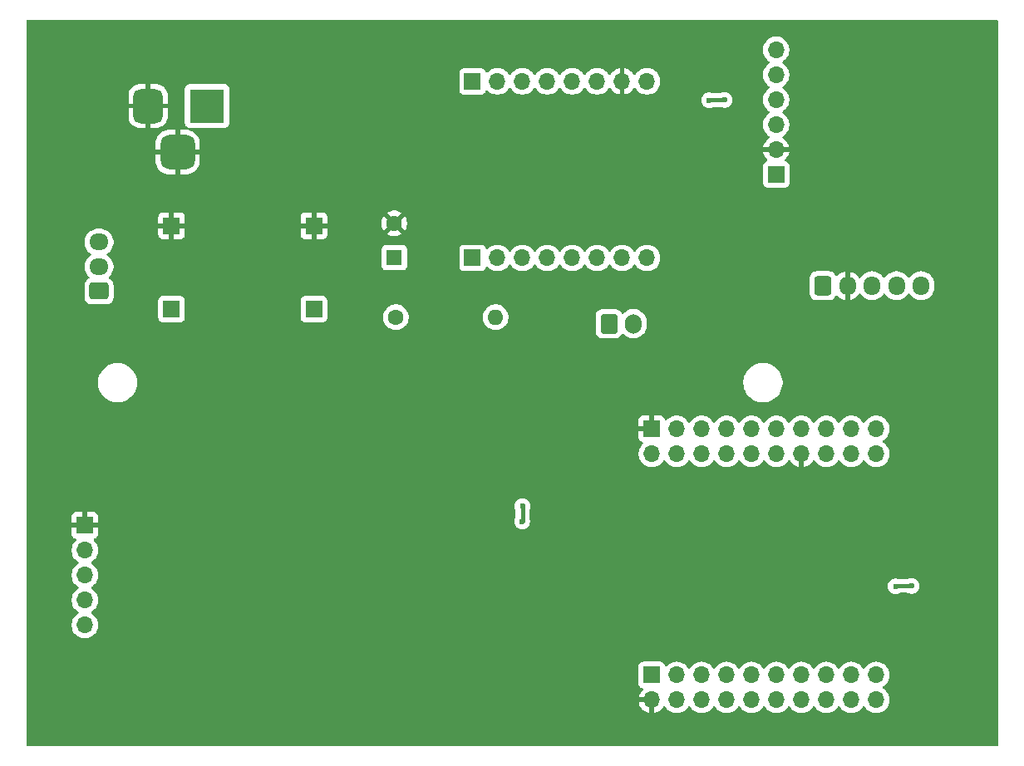
<source format=gbr>
%TF.GenerationSoftware,KiCad,Pcbnew,9.0.0*%
%TF.CreationDate,2025-05-21T10:21:18-06:00*%
%TF.ProjectId,Brush_EBoot_PCB_v1,42727573-685f-4454-926f-6f745f504342,rev?*%
%TF.SameCoordinates,Original*%
%TF.FileFunction,Copper,L2,Bot*%
%TF.FilePolarity,Positive*%
%FSLAX46Y46*%
G04 Gerber Fmt 4.6, Leading zero omitted, Abs format (unit mm)*
G04 Created by KiCad (PCBNEW 9.0.0) date 2025-05-21 10:21:18*
%MOMM*%
%LPD*%
G01*
G04 APERTURE LIST*
G04 Aperture macros list*
%AMRoundRect*
0 Rectangle with rounded corners*
0 $1 Rounding radius*
0 $2 $3 $4 $5 $6 $7 $8 $9 X,Y pos of 4 corners*
0 Add a 4 corners polygon primitive as box body*
4,1,4,$2,$3,$4,$5,$6,$7,$8,$9,$2,$3,0*
0 Add four circle primitives for the rounded corners*
1,1,$1+$1,$2,$3*
1,1,$1+$1,$4,$5*
1,1,$1+$1,$6,$7*
1,1,$1+$1,$8,$9*
0 Add four rect primitives between the rounded corners*
20,1,$1+$1,$2,$3,$4,$5,0*
20,1,$1+$1,$4,$5,$6,$7,0*
20,1,$1+$1,$6,$7,$8,$9,0*
20,1,$1+$1,$8,$9,$2,$3,0*%
G04 Aperture macros list end*
%TA.AperFunction,ComponentPad*%
%ADD10RoundRect,0.250000X0.725000X-0.600000X0.725000X0.600000X-0.725000X0.600000X-0.725000X-0.600000X0*%
%TD*%
%TA.AperFunction,ComponentPad*%
%ADD11O,1.950000X1.700000*%
%TD*%
%TA.AperFunction,ComponentPad*%
%ADD12R,1.700000X1.700000*%
%TD*%
%TA.AperFunction,ComponentPad*%
%ADD13O,1.700000X1.700000*%
%TD*%
%TA.AperFunction,ComponentPad*%
%ADD14R,1.600000X1.600000*%
%TD*%
%TA.AperFunction,ComponentPad*%
%ADD15C,1.600000*%
%TD*%
%TA.AperFunction,ComponentPad*%
%ADD16O,1.600000X1.600000*%
%TD*%
%TA.AperFunction,ComponentPad*%
%ADD17R,3.500000X3.500000*%
%TD*%
%TA.AperFunction,ComponentPad*%
%ADD18RoundRect,0.750000X-0.750000X-1.000000X0.750000X-1.000000X0.750000X1.000000X-0.750000X1.000000X0*%
%TD*%
%TA.AperFunction,ComponentPad*%
%ADD19RoundRect,0.875000X-0.875000X-0.875000X0.875000X-0.875000X0.875000X0.875000X-0.875000X0.875000X0*%
%TD*%
%TA.AperFunction,ComponentPad*%
%ADD20RoundRect,0.250000X-0.600000X-0.725000X0.600000X-0.725000X0.600000X0.725000X-0.600000X0.725000X0*%
%TD*%
%TA.AperFunction,ComponentPad*%
%ADD21O,1.700000X1.950000*%
%TD*%
%TA.AperFunction,ComponentPad*%
%ADD22RoundRect,0.250000X-0.600000X-0.750000X0.600000X-0.750000X0.600000X0.750000X-0.600000X0.750000X0*%
%TD*%
%TA.AperFunction,ComponentPad*%
%ADD23O,1.700000X2.000000*%
%TD*%
%TA.AperFunction,ViaPad*%
%ADD24C,0.600000*%
%TD*%
%TA.AperFunction,Conductor*%
%ADD25C,0.381000*%
%TD*%
G04 APERTURE END LIST*
D10*
%TO.P,J6,1,Pin_1*%
%TO.N,VCC*%
X102990000Y-73690000D03*
D11*
%TO.P,J6,2,Pin_2*%
%TO.N,Net-(J6-Pin_2)*%
X102990000Y-71190000D03*
%TO.P,J6,3,Pin_3*%
%TO.N,unconnected-(J6-Pin_3-Pad3)*%
X102990000Y-68690000D03*
%TD*%
D12*
%TO.P,J9,1,Pin_1*%
%TO.N,GND*%
X159300000Y-87720000D03*
D13*
%TO.P,J9,2,Pin_2*%
%TO.N,unconnected-(J9-Pin_2-Pad2)*%
X159300000Y-90260000D03*
%TO.P,J9,3,Pin_3*%
%TO.N,unconnected-(J9-Pin_3-Pad3)*%
X161840000Y-87720000D03*
%TO.P,J9,4,Pin_4*%
%TO.N,unconnected-(J9-Pin_4-Pad4)*%
X161840000Y-90260000D03*
%TO.P,J9,5,Pin_5*%
%TO.N,unconnected-(J9-Pin_5-Pad5)*%
X164380000Y-87720000D03*
%TO.P,J9,6,Pin_6*%
%TO.N,/RX_OPENLOG*%
X164380000Y-90260000D03*
%TO.P,J9,7,Pin_7*%
%TO.N,unconnected-(J9-Pin_7-Pad7)*%
X166920000Y-87720000D03*
%TO.P,J9,8,Pin_8*%
%TO.N,/TX_OPENLOG*%
X166920000Y-90260000D03*
%TO.P,J9,9,Pin_9*%
%TO.N,unconnected-(J9-Pin_9-Pad9)*%
X169460000Y-87720000D03*
%TO.P,J9,10,Pin_10*%
%TO.N,/RX_MIDI*%
X169460000Y-90260000D03*
%TO.P,J9,11,Pin_11*%
%TO.N,unconnected-(J9-Pin_11-Pad11)*%
X172000000Y-87720000D03*
%TO.P,J9,12,Pin_12*%
%TO.N,/TX_MIDI*%
X172000000Y-90260000D03*
%TO.P,J9,13,Pin_13*%
%TO.N,unconnected-(J9-Pin_13-Pad13)*%
X174540000Y-87720000D03*
%TO.P,J9,14,Pin_14*%
%TO.N,GND*%
X174540000Y-90260000D03*
%TO.P,J9,15,Pin_15*%
%TO.N,unconnected-(J9-Pin_15-Pad15)*%
X177080000Y-87720000D03*
%TO.P,J9,16,Pin_16*%
%TO.N,+5V*%
X177080000Y-90260000D03*
%TO.P,J9,17,Pin_17*%
%TO.N,unconnected-(J9-Pin_17-Pad17)*%
X179620000Y-87720000D03*
%TO.P,J9,18,Pin_18*%
%TO.N,unconnected-(J9-Pin_18-Pad18)*%
X179620000Y-90260000D03*
%TO.P,J9,19,Pin_19*%
%TO.N,unconnected-(J9-Pin_19-Pad19)*%
X182160000Y-87720000D03*
%TO.P,J9,20,Pin_20*%
%TO.N,unconnected-(J9-Pin_20-Pad20)*%
X182160000Y-90260000D03*
%TD*%
D12*
%TO.P,J1,1,Pin_1*%
%TO.N,GND*%
X101550000Y-97550000D03*
D13*
%TO.P,J1,2,Pin_2*%
%TO.N,+5V*%
X101550000Y-100090000D03*
%TO.P,J1,3,Pin_3*%
%TO.N,/SDA_RTC*%
X101550000Y-102630000D03*
%TO.P,J1,4,Pin_4*%
%TO.N,/SCL_RTC*%
X101550000Y-105170000D03*
%TO.P,J1,5,Pin_5*%
%TO.N,unconnected-(J1-Pin_5-Pad5)*%
X101550000Y-107710000D03*
%TD*%
D14*
%TO.P,C1,1*%
%TO.N,+5V*%
X133070000Y-70270000D03*
D15*
%TO.P,C1,2*%
%TO.N,GND*%
X133070000Y-66770000D03*
%TD*%
D12*
%TO.P,J3,1,Pin_1*%
%TO.N,+5V*%
X141035000Y-70305000D03*
D13*
%TO.P,J3,2,Pin_2*%
%TO.N,Net-(J3-Pin_2)*%
X143575000Y-70305000D03*
%TO.P,J3,3,Pin_3*%
%TO.N,/TX_MIDI*%
X146115000Y-70305000D03*
%TO.P,J3,4,Pin_4*%
%TO.N,unconnected-(J3-Pin_4-Pad4)*%
X148655000Y-70305000D03*
%TO.P,J3,5,Pin_5*%
%TO.N,unconnected-(J3-Pin_5-Pad5)*%
X151195000Y-70305000D03*
%TO.P,J3,6,Pin_6*%
%TO.N,/SPEAKER_L*%
X153735000Y-70305000D03*
%TO.P,J3,7,Pin_7*%
%TO.N,unconnected-(J3-Pin_7-Pad7)*%
X156275000Y-70305000D03*
%TO.P,J3,8,Pin_8*%
%TO.N,/SPEAKER_R*%
X158815000Y-70305000D03*
%TD*%
D12*
%TO.P,J11,1,Pin_1*%
%TO.N,VCC*%
X110380000Y-75520000D03*
%TD*%
D15*
%TO.P,R1,1*%
%TO.N,/RX_MIDI*%
X133230000Y-76330000D03*
D16*
%TO.P,R1,2*%
%TO.N,Net-(J3-Pin_2)*%
X143390000Y-76330000D03*
%TD*%
D12*
%TO.P,J14,1,Pin_1*%
%TO.N,+5V*%
X124880000Y-75520000D03*
%TD*%
D17*
%TO.P,J7,1*%
%TO.N,Net-(J6-Pin_2)*%
X113990000Y-54812500D03*
D18*
%TO.P,J7,2*%
%TO.N,GND*%
X107990000Y-54812500D03*
D19*
%TO.P,J7,3*%
X110990000Y-59512500D03*
%TD*%
D12*
%TO.P,J2,1,Pin_1*%
%TO.N,unconnected-(J2-Pin_1-Pad1)*%
X171970000Y-61800000D03*
D13*
%TO.P,J2,2,Pin_2*%
%TO.N,GND*%
X171970000Y-59260000D03*
%TO.P,J2,3,Pin_3*%
%TO.N,+5V*%
X171970000Y-56720000D03*
%TO.P,J2,4,Pin_4*%
%TO.N,/TX_OPENLOG*%
X171970000Y-54180000D03*
%TO.P,J2,5,Pin_5*%
%TO.N,/RX_OPENLOG*%
X171970000Y-51640000D03*
%TO.P,J2,6,Pin_6*%
%TO.N,unconnected-(J2-Pin_6-Pad6)*%
X171970000Y-49100000D03*
%TD*%
D12*
%TO.P,J8,1,Pin_1*%
%TO.N,unconnected-(J8-Pin_1-Pad1)*%
X159300000Y-112800000D03*
D13*
%TO.P,J8,2,Pin_2*%
%TO.N,GND*%
X159300000Y-115340000D03*
%TO.P,J8,3,Pin_3*%
%TO.N,unconnected-(J8-Pin_3-Pad3)*%
X161840000Y-112800000D03*
%TO.P,J8,4,Pin_4*%
%TO.N,unconnected-(J8-Pin_4-Pad4)*%
X161840000Y-115340000D03*
%TO.P,J8,5,Pin_5*%
%TO.N,/SCL_RTC*%
X164380000Y-112800000D03*
%TO.P,J8,6,Pin_6*%
%TO.N,unconnected-(J8-Pin_6-Pad6)*%
X164380000Y-115340000D03*
%TO.P,J8,7,Pin_7*%
%TO.N,/SPI_SCK*%
X166920000Y-112800000D03*
%TO.P,J8,8,Pin_8*%
%TO.N,unconnected-(J8-Pin_8-Pad8)*%
X166920000Y-115340000D03*
%TO.P,J8,9,Pin_9*%
%TO.N,unconnected-(J8-Pin_9-Pad9)*%
X169460000Y-112800000D03*
%TO.P,J8,10,Pin_10*%
%TO.N,unconnected-(J8-Pin_10-Pad10)*%
X169460000Y-115340000D03*
%TO.P,J8,11,Pin_11*%
%TO.N,/SPI_MOSI*%
X172000000Y-112800000D03*
%TO.P,J8,12,Pin_12*%
%TO.N,unconnected-(J8-Pin_12-Pad12)*%
X172000000Y-115340000D03*
%TO.P,J8,13,Pin_13*%
%TO.N,/SPI_CS*%
X174540000Y-112800000D03*
%TO.P,J8,14,Pin_14*%
%TO.N,unconnected-(J8-Pin_14-Pad14)*%
X174540000Y-115340000D03*
%TO.P,J8,15,Pin_15*%
%TO.N,unconnected-(J8-Pin_15-Pad15)*%
X177080000Y-112800000D03*
%TO.P,J8,16,Pin_16*%
%TO.N,unconnected-(J8-Pin_16-Pad16)*%
X177080000Y-115340000D03*
%TO.P,J8,17,Pin_17*%
%TO.N,/SDA_RTC*%
X179620000Y-112800000D03*
%TO.P,J8,18,Pin_18*%
%TO.N,unconnected-(J8-Pin_18-Pad18)*%
X179620000Y-115340000D03*
%TO.P,J8,19,Pin_19*%
%TO.N,unconnected-(J8-Pin_19-Pad19)*%
X182160000Y-112800000D03*
%TO.P,J8,20,Pin_20*%
%TO.N,unconnected-(J8-Pin_20-Pad20)*%
X182160000Y-115340000D03*
%TD*%
D12*
%TO.P,J12,1,Pin_1*%
%TO.N,GND*%
X110380000Y-67020000D03*
%TD*%
D20*
%TO.P,J10,1,Pin_1*%
%TO.N,+5V*%
X176730000Y-73130000D03*
D21*
%TO.P,J10,2,Pin_2*%
%TO.N,GND*%
X179230000Y-73130000D03*
%TO.P,J10,3,Pin_3*%
%TO.N,/SPI_MOSI*%
X181730000Y-73130000D03*
%TO.P,J10,4,Pin_4*%
%TO.N,/SPI_CS*%
X184230000Y-73130000D03*
%TO.P,J10,5,Pin_5*%
%TO.N,/SPI_SCK*%
X186730000Y-73130000D03*
%TD*%
D12*
%TO.P,J13,1,Pin_1*%
%TO.N,GND*%
X124880000Y-67020000D03*
%TD*%
D22*
%TO.P,J5,1,Pin_1*%
%TO.N,/SPEAKER_L*%
X154930000Y-77000000D03*
D23*
%TO.P,J5,2,Pin_2*%
%TO.N,/SPEAKER_R*%
X157430000Y-77000000D03*
%TD*%
D12*
%TO.P,J4,1,Pin_1*%
%TO.N,unconnected-(J4-Pin_1-Pad1)*%
X141035000Y-52305000D03*
D13*
%TO.P,J4,2,Pin_2*%
%TO.N,unconnected-(J4-Pin_2-Pad2)*%
X143575000Y-52305000D03*
%TO.P,J4,3,Pin_3*%
%TO.N,unconnected-(J4-Pin_3-Pad3)*%
X146115000Y-52305000D03*
%TO.P,J4,4,Pin_4*%
%TO.N,unconnected-(J4-Pin_4-Pad4)*%
X148655000Y-52305000D03*
%TO.P,J4,5,Pin_5*%
%TO.N,unconnected-(J4-Pin_5-Pad5)*%
X151195000Y-52305000D03*
%TO.P,J4,6,Pin_6*%
%TO.N,unconnected-(J4-Pin_6-Pad6)*%
X153735000Y-52305000D03*
%TO.P,J4,7,Pin_7*%
%TO.N,GND*%
X156275000Y-52305000D03*
%TO.P,J4,8,Pin_8*%
%TO.N,unconnected-(J4-Pin_8-Pad8)*%
X158815000Y-52305000D03*
%TD*%
D24*
%TO.N,GND*%
X186340000Y-102770000D03*
X145110000Y-95010000D03*
X167250000Y-55210000D03*
X145100000Y-97710000D03*
X164490000Y-55160000D03*
X183630000Y-102770000D03*
%TO.N,/TX_OPENLOG*%
X166720000Y-54210000D03*
X165140000Y-54240000D03*
%TO.N,/TX_MIDI*%
X146100000Y-97150000D03*
X146120000Y-95590000D03*
%TO.N,/SPI_SCK*%
X184140000Y-103760000D03*
X185750000Y-103730000D03*
%TD*%
D25*
%TO.N,/TX_OPENLOG*%
X166720000Y-54210000D02*
X165170000Y-54210000D01*
X165170000Y-54210000D02*
X165140000Y-54240000D01*
%TO.N,/TX_MIDI*%
X146120000Y-97130000D02*
X146100000Y-97150000D01*
X146120000Y-95590000D02*
X146120000Y-97130000D01*
%TO.N,/SPI_SCK*%
X185750000Y-103730000D02*
X184170000Y-103730000D01*
X184170000Y-103730000D02*
X184140000Y-103760000D01*
%TD*%
%TA.AperFunction,Conductor*%
%TO.N,GND*%
G36*
X194522539Y-46050185D02*
G01*
X194568294Y-46102989D01*
X194579500Y-46154500D01*
X194579500Y-119905500D01*
X194559815Y-119972539D01*
X194507011Y-120018294D01*
X194455500Y-120029500D01*
X95704500Y-120029500D01*
X95637461Y-120009815D01*
X95591706Y-119957011D01*
X95580500Y-119905500D01*
X95580500Y-111902135D01*
X157949500Y-111902135D01*
X157949500Y-113697870D01*
X157949501Y-113697876D01*
X157955908Y-113757483D01*
X158006202Y-113892328D01*
X158006206Y-113892335D01*
X158092452Y-114007544D01*
X158092455Y-114007547D01*
X158207664Y-114093793D01*
X158207671Y-114093797D01*
X158207674Y-114093798D01*
X158339598Y-114143002D01*
X158395531Y-114184873D01*
X158419949Y-114250337D01*
X158405098Y-114318610D01*
X158383947Y-114346865D01*
X158270271Y-114460541D01*
X158145379Y-114632442D01*
X158048904Y-114821782D01*
X157983242Y-115023870D01*
X157983242Y-115023873D01*
X157972769Y-115090000D01*
X158866988Y-115090000D01*
X158834075Y-115147007D01*
X158800000Y-115274174D01*
X158800000Y-115405826D01*
X158834075Y-115532993D01*
X158866988Y-115590000D01*
X157972769Y-115590000D01*
X157983242Y-115656126D01*
X157983242Y-115656129D01*
X158048904Y-115858217D01*
X158145379Y-116047557D01*
X158270272Y-116219459D01*
X158270276Y-116219464D01*
X158420535Y-116369723D01*
X158420540Y-116369727D01*
X158592442Y-116494620D01*
X158781782Y-116591095D01*
X158983871Y-116656757D01*
X159050000Y-116667231D01*
X159050000Y-115773012D01*
X159107007Y-115805925D01*
X159234174Y-115840000D01*
X159365826Y-115840000D01*
X159492993Y-115805925D01*
X159550000Y-115773012D01*
X159550000Y-116667230D01*
X159616126Y-116656757D01*
X159616129Y-116656757D01*
X159818217Y-116591095D01*
X160007557Y-116494620D01*
X160179459Y-116369727D01*
X160179464Y-116369723D01*
X160329723Y-116219464D01*
X160329727Y-116219459D01*
X160454620Y-116047558D01*
X160459232Y-116038507D01*
X160507205Y-115987709D01*
X160575025Y-115970912D01*
X160641161Y-115993447D01*
X160680204Y-116038504D01*
X160684949Y-116047817D01*
X160809890Y-116219786D01*
X160960213Y-116370109D01*
X161132179Y-116495048D01*
X161132181Y-116495049D01*
X161132184Y-116495051D01*
X161321588Y-116591557D01*
X161523757Y-116657246D01*
X161733713Y-116690500D01*
X161733714Y-116690500D01*
X161946286Y-116690500D01*
X161946287Y-116690500D01*
X162156243Y-116657246D01*
X162358412Y-116591557D01*
X162547816Y-116495051D01*
X162569789Y-116479086D01*
X162719786Y-116370109D01*
X162719788Y-116370106D01*
X162719792Y-116370104D01*
X162870104Y-116219792D01*
X162870106Y-116219788D01*
X162870109Y-116219786D01*
X162995048Y-116047820D01*
X162995050Y-116047817D01*
X162995051Y-116047816D01*
X162999514Y-116039054D01*
X163047488Y-115988259D01*
X163115308Y-115971463D01*
X163181444Y-115993999D01*
X163220486Y-116039056D01*
X163224951Y-116047820D01*
X163349890Y-116219786D01*
X163500213Y-116370109D01*
X163672179Y-116495048D01*
X163672181Y-116495049D01*
X163672184Y-116495051D01*
X163861588Y-116591557D01*
X164063757Y-116657246D01*
X164273713Y-116690500D01*
X164273714Y-116690500D01*
X164486286Y-116690500D01*
X164486287Y-116690500D01*
X164696243Y-116657246D01*
X164898412Y-116591557D01*
X165087816Y-116495051D01*
X165109789Y-116479086D01*
X165259786Y-116370109D01*
X165259788Y-116370106D01*
X165259792Y-116370104D01*
X165410104Y-116219792D01*
X165410106Y-116219788D01*
X165410109Y-116219786D01*
X165535048Y-116047820D01*
X165535050Y-116047817D01*
X165535051Y-116047816D01*
X165539514Y-116039054D01*
X165587488Y-115988259D01*
X165655308Y-115971463D01*
X165721444Y-115993999D01*
X165760486Y-116039056D01*
X165764951Y-116047820D01*
X165889890Y-116219786D01*
X166040213Y-116370109D01*
X166212179Y-116495048D01*
X166212181Y-116495049D01*
X166212184Y-116495051D01*
X166401588Y-116591557D01*
X166603757Y-116657246D01*
X166813713Y-116690500D01*
X166813714Y-116690500D01*
X167026286Y-116690500D01*
X167026287Y-116690500D01*
X167236243Y-116657246D01*
X167438412Y-116591557D01*
X167627816Y-116495051D01*
X167649789Y-116479086D01*
X167799786Y-116370109D01*
X167799788Y-116370106D01*
X167799792Y-116370104D01*
X167950104Y-116219792D01*
X167950106Y-116219788D01*
X167950109Y-116219786D01*
X168075048Y-116047820D01*
X168075050Y-116047817D01*
X168075051Y-116047816D01*
X168079514Y-116039054D01*
X168127488Y-115988259D01*
X168195308Y-115971463D01*
X168261444Y-115993999D01*
X168300486Y-116039056D01*
X168304951Y-116047820D01*
X168429890Y-116219786D01*
X168580213Y-116370109D01*
X168752179Y-116495048D01*
X168752181Y-116495049D01*
X168752184Y-116495051D01*
X168941588Y-116591557D01*
X169143757Y-116657246D01*
X169353713Y-116690500D01*
X169353714Y-116690500D01*
X169566286Y-116690500D01*
X169566287Y-116690500D01*
X169776243Y-116657246D01*
X169978412Y-116591557D01*
X170167816Y-116495051D01*
X170189789Y-116479086D01*
X170339786Y-116370109D01*
X170339788Y-116370106D01*
X170339792Y-116370104D01*
X170490104Y-116219792D01*
X170490106Y-116219788D01*
X170490109Y-116219786D01*
X170615048Y-116047820D01*
X170615050Y-116047817D01*
X170615051Y-116047816D01*
X170619514Y-116039054D01*
X170667488Y-115988259D01*
X170735308Y-115971463D01*
X170801444Y-115993999D01*
X170840486Y-116039056D01*
X170844951Y-116047820D01*
X170969890Y-116219786D01*
X171120213Y-116370109D01*
X171292179Y-116495048D01*
X171292181Y-116495049D01*
X171292184Y-116495051D01*
X171481588Y-116591557D01*
X171683757Y-116657246D01*
X171893713Y-116690500D01*
X171893714Y-116690500D01*
X172106286Y-116690500D01*
X172106287Y-116690500D01*
X172316243Y-116657246D01*
X172518412Y-116591557D01*
X172707816Y-116495051D01*
X172729789Y-116479086D01*
X172879786Y-116370109D01*
X172879788Y-116370106D01*
X172879792Y-116370104D01*
X173030104Y-116219792D01*
X173030106Y-116219788D01*
X173030109Y-116219786D01*
X173155048Y-116047820D01*
X173155050Y-116047817D01*
X173155051Y-116047816D01*
X173159514Y-116039054D01*
X173207488Y-115988259D01*
X173275308Y-115971463D01*
X173341444Y-115993999D01*
X173380486Y-116039056D01*
X173384951Y-116047820D01*
X173509890Y-116219786D01*
X173660213Y-116370109D01*
X173832179Y-116495048D01*
X173832181Y-116495049D01*
X173832184Y-116495051D01*
X174021588Y-116591557D01*
X174223757Y-116657246D01*
X174433713Y-116690500D01*
X174433714Y-116690500D01*
X174646286Y-116690500D01*
X174646287Y-116690500D01*
X174856243Y-116657246D01*
X175058412Y-116591557D01*
X175247816Y-116495051D01*
X175269789Y-116479086D01*
X175419786Y-116370109D01*
X175419788Y-116370106D01*
X175419792Y-116370104D01*
X175570104Y-116219792D01*
X175570106Y-116219788D01*
X175570109Y-116219786D01*
X175695048Y-116047820D01*
X175695050Y-116047817D01*
X175695051Y-116047816D01*
X175699514Y-116039054D01*
X175747488Y-115988259D01*
X175815308Y-115971463D01*
X175881444Y-115993999D01*
X175920486Y-116039056D01*
X175924951Y-116047820D01*
X176049890Y-116219786D01*
X176200213Y-116370109D01*
X176372179Y-116495048D01*
X176372181Y-116495049D01*
X176372184Y-116495051D01*
X176561588Y-116591557D01*
X176763757Y-116657246D01*
X176973713Y-116690500D01*
X176973714Y-116690500D01*
X177186286Y-116690500D01*
X177186287Y-116690500D01*
X177396243Y-116657246D01*
X177598412Y-116591557D01*
X177787816Y-116495051D01*
X177809789Y-116479086D01*
X177959786Y-116370109D01*
X177959788Y-116370106D01*
X177959792Y-116370104D01*
X178110104Y-116219792D01*
X178110106Y-116219788D01*
X178110109Y-116219786D01*
X178235048Y-116047820D01*
X178235050Y-116047817D01*
X178235051Y-116047816D01*
X178239514Y-116039054D01*
X178287488Y-115988259D01*
X178355308Y-115971463D01*
X178421444Y-115993999D01*
X178460486Y-116039056D01*
X178464951Y-116047820D01*
X178589890Y-116219786D01*
X178740213Y-116370109D01*
X178912179Y-116495048D01*
X178912181Y-116495049D01*
X178912184Y-116495051D01*
X179101588Y-116591557D01*
X179303757Y-116657246D01*
X179513713Y-116690500D01*
X179513714Y-116690500D01*
X179726286Y-116690500D01*
X179726287Y-116690500D01*
X179936243Y-116657246D01*
X180138412Y-116591557D01*
X180327816Y-116495051D01*
X180349789Y-116479086D01*
X180499786Y-116370109D01*
X180499788Y-116370106D01*
X180499792Y-116370104D01*
X180650104Y-116219792D01*
X180650106Y-116219788D01*
X180650109Y-116219786D01*
X180775048Y-116047820D01*
X180775050Y-116047817D01*
X180775051Y-116047816D01*
X180779514Y-116039054D01*
X180827488Y-115988259D01*
X180895308Y-115971463D01*
X180961444Y-115993999D01*
X181000486Y-116039056D01*
X181004951Y-116047820D01*
X181129890Y-116219786D01*
X181280213Y-116370109D01*
X181452179Y-116495048D01*
X181452181Y-116495049D01*
X181452184Y-116495051D01*
X181641588Y-116591557D01*
X181843757Y-116657246D01*
X182053713Y-116690500D01*
X182053714Y-116690500D01*
X182266286Y-116690500D01*
X182266287Y-116690500D01*
X182476243Y-116657246D01*
X182678412Y-116591557D01*
X182867816Y-116495051D01*
X182889789Y-116479086D01*
X183039786Y-116370109D01*
X183039788Y-116370106D01*
X183039792Y-116370104D01*
X183190104Y-116219792D01*
X183190106Y-116219788D01*
X183190109Y-116219786D01*
X183315048Y-116047820D01*
X183315050Y-116047817D01*
X183315051Y-116047816D01*
X183411557Y-115858412D01*
X183477246Y-115656243D01*
X183510500Y-115446287D01*
X183510500Y-115233713D01*
X183477246Y-115023757D01*
X183411557Y-114821588D01*
X183315051Y-114632184D01*
X183315049Y-114632181D01*
X183315048Y-114632179D01*
X183190109Y-114460213D01*
X183039786Y-114309890D01*
X182867820Y-114184951D01*
X182867115Y-114184591D01*
X182859054Y-114180485D01*
X182808259Y-114132512D01*
X182791463Y-114064692D01*
X182813999Y-113998556D01*
X182859054Y-113959515D01*
X182867816Y-113955051D01*
X182954138Y-113892335D01*
X183039786Y-113830109D01*
X183039788Y-113830106D01*
X183039792Y-113830104D01*
X183190104Y-113679792D01*
X183190106Y-113679788D01*
X183190109Y-113679786D01*
X183315048Y-113507820D01*
X183315047Y-113507820D01*
X183315051Y-113507816D01*
X183411557Y-113318412D01*
X183477246Y-113116243D01*
X183510500Y-112906287D01*
X183510500Y-112693713D01*
X183477246Y-112483757D01*
X183411557Y-112281588D01*
X183315051Y-112092184D01*
X183315049Y-112092181D01*
X183315048Y-112092179D01*
X183190109Y-111920213D01*
X183039786Y-111769890D01*
X182867820Y-111644951D01*
X182678414Y-111548444D01*
X182678413Y-111548443D01*
X182678412Y-111548443D01*
X182476243Y-111482754D01*
X182476241Y-111482753D01*
X182476240Y-111482753D01*
X182314957Y-111457208D01*
X182266287Y-111449500D01*
X182053713Y-111449500D01*
X182005042Y-111457208D01*
X181843760Y-111482753D01*
X181641585Y-111548444D01*
X181452179Y-111644951D01*
X181280213Y-111769890D01*
X181129890Y-111920213D01*
X181004949Y-112092182D01*
X181000484Y-112100946D01*
X180952509Y-112151742D01*
X180884688Y-112168536D01*
X180818553Y-112145998D01*
X180779516Y-112100946D01*
X180775050Y-112092182D01*
X180650109Y-111920213D01*
X180499786Y-111769890D01*
X180327820Y-111644951D01*
X180138414Y-111548444D01*
X180138413Y-111548443D01*
X180138412Y-111548443D01*
X179936243Y-111482754D01*
X179936241Y-111482753D01*
X179936240Y-111482753D01*
X179774957Y-111457208D01*
X179726287Y-111449500D01*
X179513713Y-111449500D01*
X179465042Y-111457208D01*
X179303760Y-111482753D01*
X179101585Y-111548444D01*
X178912179Y-111644951D01*
X178740213Y-111769890D01*
X178589890Y-111920213D01*
X178464949Y-112092182D01*
X178460484Y-112100946D01*
X178412509Y-112151742D01*
X178344688Y-112168536D01*
X178278553Y-112145998D01*
X178239516Y-112100946D01*
X178235050Y-112092182D01*
X178110109Y-111920213D01*
X177959786Y-111769890D01*
X177787820Y-111644951D01*
X177598414Y-111548444D01*
X177598413Y-111548443D01*
X177598412Y-111548443D01*
X177396243Y-111482754D01*
X177396241Y-111482753D01*
X177396240Y-111482753D01*
X177234957Y-111457208D01*
X177186287Y-111449500D01*
X176973713Y-111449500D01*
X176925042Y-111457208D01*
X176763760Y-111482753D01*
X176561585Y-111548444D01*
X176372179Y-111644951D01*
X176200213Y-111769890D01*
X176049890Y-111920213D01*
X175924949Y-112092182D01*
X175920484Y-112100946D01*
X175872509Y-112151742D01*
X175804688Y-112168536D01*
X175738553Y-112145998D01*
X175699516Y-112100946D01*
X175695050Y-112092182D01*
X175570109Y-111920213D01*
X175419786Y-111769890D01*
X175247820Y-111644951D01*
X175058414Y-111548444D01*
X175058413Y-111548443D01*
X175058412Y-111548443D01*
X174856243Y-111482754D01*
X174856241Y-111482753D01*
X174856240Y-111482753D01*
X174694957Y-111457208D01*
X174646287Y-111449500D01*
X174433713Y-111449500D01*
X174385042Y-111457208D01*
X174223760Y-111482753D01*
X174021585Y-111548444D01*
X173832179Y-111644951D01*
X173660213Y-111769890D01*
X173509890Y-111920213D01*
X173384949Y-112092182D01*
X173380484Y-112100946D01*
X173332509Y-112151742D01*
X173264688Y-112168536D01*
X173198553Y-112145998D01*
X173159516Y-112100946D01*
X173155050Y-112092182D01*
X173030109Y-111920213D01*
X172879786Y-111769890D01*
X172707820Y-111644951D01*
X172518414Y-111548444D01*
X172518413Y-111548443D01*
X172518412Y-111548443D01*
X172316243Y-111482754D01*
X172316241Y-111482753D01*
X172316240Y-111482753D01*
X172154957Y-111457208D01*
X172106287Y-111449500D01*
X171893713Y-111449500D01*
X171845042Y-111457208D01*
X171683760Y-111482753D01*
X171481585Y-111548444D01*
X171292179Y-111644951D01*
X171120213Y-111769890D01*
X170969890Y-111920213D01*
X170844949Y-112092182D01*
X170840484Y-112100946D01*
X170792509Y-112151742D01*
X170724688Y-112168536D01*
X170658553Y-112145998D01*
X170619516Y-112100946D01*
X170615050Y-112092182D01*
X170490109Y-111920213D01*
X170339786Y-111769890D01*
X170167820Y-111644951D01*
X169978414Y-111548444D01*
X169978413Y-111548443D01*
X169978412Y-111548443D01*
X169776243Y-111482754D01*
X169776241Y-111482753D01*
X169776240Y-111482753D01*
X169614957Y-111457208D01*
X169566287Y-111449500D01*
X169353713Y-111449500D01*
X169305042Y-111457208D01*
X169143760Y-111482753D01*
X168941585Y-111548444D01*
X168752179Y-111644951D01*
X168580213Y-111769890D01*
X168429890Y-111920213D01*
X168304949Y-112092182D01*
X168300484Y-112100946D01*
X168252509Y-112151742D01*
X168184688Y-112168536D01*
X168118553Y-112145998D01*
X168079516Y-112100946D01*
X168075050Y-112092182D01*
X167950109Y-111920213D01*
X167799786Y-111769890D01*
X167627820Y-111644951D01*
X167438414Y-111548444D01*
X167438413Y-111548443D01*
X167438412Y-111548443D01*
X167236243Y-111482754D01*
X167236241Y-111482753D01*
X167236240Y-111482753D01*
X167074957Y-111457208D01*
X167026287Y-111449500D01*
X166813713Y-111449500D01*
X166765042Y-111457208D01*
X166603760Y-111482753D01*
X166401585Y-111548444D01*
X166212179Y-111644951D01*
X166040213Y-111769890D01*
X165889890Y-111920213D01*
X165764949Y-112092182D01*
X165760484Y-112100946D01*
X165712509Y-112151742D01*
X165644688Y-112168536D01*
X165578553Y-112145998D01*
X165539516Y-112100946D01*
X165535050Y-112092182D01*
X165410109Y-111920213D01*
X165259786Y-111769890D01*
X165087820Y-111644951D01*
X164898414Y-111548444D01*
X164898413Y-111548443D01*
X164898412Y-111548443D01*
X164696243Y-111482754D01*
X164696241Y-111482753D01*
X164696240Y-111482753D01*
X164534957Y-111457208D01*
X164486287Y-111449500D01*
X164273713Y-111449500D01*
X164225042Y-111457208D01*
X164063760Y-111482753D01*
X163861585Y-111548444D01*
X163672179Y-111644951D01*
X163500213Y-111769890D01*
X163349890Y-111920213D01*
X163224949Y-112092182D01*
X163220484Y-112100946D01*
X163172509Y-112151742D01*
X163104688Y-112168536D01*
X163038553Y-112145998D01*
X162999516Y-112100946D01*
X162995050Y-112092182D01*
X162870109Y-111920213D01*
X162719786Y-111769890D01*
X162547820Y-111644951D01*
X162358414Y-111548444D01*
X162358413Y-111548443D01*
X162358412Y-111548443D01*
X162156243Y-111482754D01*
X162156241Y-111482753D01*
X162156240Y-111482753D01*
X161994957Y-111457208D01*
X161946287Y-111449500D01*
X161733713Y-111449500D01*
X161685042Y-111457208D01*
X161523760Y-111482753D01*
X161321585Y-111548444D01*
X161132179Y-111644951D01*
X160960215Y-111769889D01*
X160846673Y-111883431D01*
X160785350Y-111916915D01*
X160715658Y-111911931D01*
X160659725Y-111870059D01*
X160642810Y-111839082D01*
X160593797Y-111707671D01*
X160593793Y-111707664D01*
X160507547Y-111592455D01*
X160507544Y-111592452D01*
X160392335Y-111506206D01*
X160392328Y-111506202D01*
X160257482Y-111455908D01*
X160257483Y-111455908D01*
X160197883Y-111449501D01*
X160197881Y-111449500D01*
X160197873Y-111449500D01*
X160197864Y-111449500D01*
X158402129Y-111449500D01*
X158402123Y-111449501D01*
X158342516Y-111455908D01*
X158207671Y-111506202D01*
X158207664Y-111506206D01*
X158092455Y-111592452D01*
X158092452Y-111592455D01*
X158006206Y-111707664D01*
X158006202Y-111707671D01*
X157955908Y-111842517D01*
X157949501Y-111902116D01*
X157949500Y-111902135D01*
X95580500Y-111902135D01*
X95580500Y-99983713D01*
X100199500Y-99983713D01*
X100199500Y-100196286D01*
X100232753Y-100406239D01*
X100298444Y-100608414D01*
X100394951Y-100797820D01*
X100519890Y-100969786D01*
X100670213Y-101120109D01*
X100842182Y-101245050D01*
X100850946Y-101249516D01*
X100901742Y-101297491D01*
X100918536Y-101365312D01*
X100895998Y-101431447D01*
X100850946Y-101470484D01*
X100842182Y-101474949D01*
X100670213Y-101599890D01*
X100519890Y-101750213D01*
X100394951Y-101922179D01*
X100298444Y-102111585D01*
X100232753Y-102313760D01*
X100199500Y-102523713D01*
X100199500Y-102736287D01*
X100232754Y-102946243D01*
X100295128Y-103138211D01*
X100298444Y-103148414D01*
X100394951Y-103337820D01*
X100519890Y-103509786D01*
X100670213Y-103660109D01*
X100842182Y-103785050D01*
X100850946Y-103789516D01*
X100901742Y-103837491D01*
X100918536Y-103905312D01*
X100895998Y-103971447D01*
X100850946Y-104010484D01*
X100842182Y-104014949D01*
X100670213Y-104139890D01*
X100519890Y-104290213D01*
X100394951Y-104462179D01*
X100298444Y-104651585D01*
X100232753Y-104853760D01*
X100199500Y-105063713D01*
X100199500Y-105276286D01*
X100232753Y-105486239D01*
X100298444Y-105688414D01*
X100394951Y-105877820D01*
X100519890Y-106049786D01*
X100670213Y-106200109D01*
X100842182Y-106325050D01*
X100850946Y-106329516D01*
X100901742Y-106377491D01*
X100918536Y-106445312D01*
X100895998Y-106511447D01*
X100850946Y-106550484D01*
X100842182Y-106554949D01*
X100670213Y-106679890D01*
X100519890Y-106830213D01*
X100394951Y-107002179D01*
X100298444Y-107191585D01*
X100232753Y-107393760D01*
X100199500Y-107603713D01*
X100199500Y-107816286D01*
X100232753Y-108026239D01*
X100298444Y-108228414D01*
X100394951Y-108417820D01*
X100519890Y-108589786D01*
X100670213Y-108740109D01*
X100842179Y-108865048D01*
X100842181Y-108865049D01*
X100842184Y-108865051D01*
X101031588Y-108961557D01*
X101233757Y-109027246D01*
X101443713Y-109060500D01*
X101443714Y-109060500D01*
X101656286Y-109060500D01*
X101656287Y-109060500D01*
X101866243Y-109027246D01*
X102068412Y-108961557D01*
X102257816Y-108865051D01*
X102279789Y-108849086D01*
X102429786Y-108740109D01*
X102429788Y-108740106D01*
X102429792Y-108740104D01*
X102580104Y-108589792D01*
X102580106Y-108589788D01*
X102580109Y-108589786D01*
X102705048Y-108417820D01*
X102705047Y-108417820D01*
X102705051Y-108417816D01*
X102801557Y-108228412D01*
X102867246Y-108026243D01*
X102900500Y-107816287D01*
X102900500Y-107603713D01*
X102867246Y-107393757D01*
X102801557Y-107191588D01*
X102705051Y-107002184D01*
X102705049Y-107002181D01*
X102705048Y-107002179D01*
X102580109Y-106830213D01*
X102429786Y-106679890D01*
X102257820Y-106554951D01*
X102257115Y-106554591D01*
X102249054Y-106550485D01*
X102198259Y-106502512D01*
X102181463Y-106434692D01*
X102203999Y-106368556D01*
X102249054Y-106329515D01*
X102257816Y-106325051D01*
X102279789Y-106309086D01*
X102429786Y-106200109D01*
X102429788Y-106200106D01*
X102429792Y-106200104D01*
X102580104Y-106049792D01*
X102580106Y-106049788D01*
X102580109Y-106049786D01*
X102705048Y-105877820D01*
X102705047Y-105877820D01*
X102705051Y-105877816D01*
X102801557Y-105688412D01*
X102867246Y-105486243D01*
X102900500Y-105276287D01*
X102900500Y-105063713D01*
X102867246Y-104853757D01*
X102801557Y-104651588D01*
X102705051Y-104462184D01*
X102705049Y-104462181D01*
X102705048Y-104462179D01*
X102580109Y-104290213D01*
X102429786Y-104139890D01*
X102257820Y-104014951D01*
X102257115Y-104014591D01*
X102249054Y-104010485D01*
X102198259Y-103962512D01*
X102181463Y-103894692D01*
X102203999Y-103828556D01*
X102249054Y-103789515D01*
X102257816Y-103785051D01*
X102279789Y-103769086D01*
X102400821Y-103681153D01*
X183339500Y-103681153D01*
X183339500Y-103838846D01*
X183370261Y-103993489D01*
X183370264Y-103993501D01*
X183430602Y-104139172D01*
X183430609Y-104139185D01*
X183518210Y-104270288D01*
X183518213Y-104270292D01*
X183629707Y-104381786D01*
X183629711Y-104381789D01*
X183760814Y-104469390D01*
X183760827Y-104469397D01*
X183834078Y-104499738D01*
X183906503Y-104529737D01*
X184061153Y-104560499D01*
X184061156Y-104560500D01*
X184061158Y-104560500D01*
X184218844Y-104560500D01*
X184218845Y-104560499D01*
X184373497Y-104529737D01*
X184519179Y-104469394D01*
X184531021Y-104461481D01*
X184560331Y-104441898D01*
X184627008Y-104421020D01*
X184629221Y-104421000D01*
X185305677Y-104421000D01*
X185364509Y-104438275D01*
X185365447Y-104436521D01*
X185370815Y-104439390D01*
X185370821Y-104439394D01*
X185516503Y-104499737D01*
X185667312Y-104529735D01*
X185671153Y-104530499D01*
X185671156Y-104530500D01*
X185671158Y-104530500D01*
X185828844Y-104530500D01*
X185828845Y-104530499D01*
X185983497Y-104499737D01*
X186129179Y-104439394D01*
X186260289Y-104351789D01*
X186371789Y-104240289D01*
X186459394Y-104109179D01*
X186519737Y-103963497D01*
X186550500Y-103808842D01*
X186550500Y-103651158D01*
X186550500Y-103651155D01*
X186550499Y-103651153D01*
X186537815Y-103587385D01*
X186519737Y-103496503D01*
X186471823Y-103380827D01*
X186459397Y-103350827D01*
X186459390Y-103350814D01*
X186371789Y-103219711D01*
X186371786Y-103219707D01*
X186260292Y-103108213D01*
X186260288Y-103108210D01*
X186129185Y-103020609D01*
X186129172Y-103020602D01*
X185983501Y-102960264D01*
X185983489Y-102960261D01*
X185828845Y-102929500D01*
X185828842Y-102929500D01*
X185671158Y-102929500D01*
X185671155Y-102929500D01*
X185516510Y-102960261D01*
X185516498Y-102960264D01*
X185370828Y-103020602D01*
X185365447Y-103023479D01*
X185364294Y-103021323D01*
X185307869Y-103038981D01*
X185305677Y-103039000D01*
X184515824Y-103039000D01*
X184468372Y-103029561D01*
X184373501Y-102990264D01*
X184373489Y-102990261D01*
X184218845Y-102959500D01*
X184218842Y-102959500D01*
X184061158Y-102959500D01*
X184061155Y-102959500D01*
X183906510Y-102990261D01*
X183906498Y-102990264D01*
X183760827Y-103050602D01*
X183760814Y-103050609D01*
X183629711Y-103138210D01*
X183629707Y-103138213D01*
X183518213Y-103249707D01*
X183518210Y-103249711D01*
X183430609Y-103380814D01*
X183430602Y-103380827D01*
X183370264Y-103526498D01*
X183370261Y-103526510D01*
X183339500Y-103681153D01*
X102400821Y-103681153D01*
X102429786Y-103660109D01*
X102429788Y-103660106D01*
X102429792Y-103660104D01*
X102580104Y-103509792D01*
X102580106Y-103509788D01*
X102580109Y-103509786D01*
X102705048Y-103337820D01*
X102705047Y-103337820D01*
X102705051Y-103337816D01*
X102801557Y-103148412D01*
X102867246Y-102946243D01*
X102900500Y-102736287D01*
X102900500Y-102523713D01*
X102867246Y-102313757D01*
X102801557Y-102111588D01*
X102705051Y-101922184D01*
X102705049Y-101922181D01*
X102705048Y-101922179D01*
X102580109Y-101750213D01*
X102429786Y-101599890D01*
X102257820Y-101474951D01*
X102257115Y-101474591D01*
X102249054Y-101470485D01*
X102198259Y-101422512D01*
X102181463Y-101354692D01*
X102203999Y-101288556D01*
X102249054Y-101249515D01*
X102257816Y-101245051D01*
X102279789Y-101229086D01*
X102429786Y-101120109D01*
X102429788Y-101120106D01*
X102429792Y-101120104D01*
X102580104Y-100969792D01*
X102580106Y-100969788D01*
X102580109Y-100969786D01*
X102705048Y-100797820D01*
X102705047Y-100797820D01*
X102705051Y-100797816D01*
X102801557Y-100608412D01*
X102867246Y-100406243D01*
X102900500Y-100196287D01*
X102900500Y-99983713D01*
X102867246Y-99773757D01*
X102801557Y-99571588D01*
X102705051Y-99382184D01*
X102705049Y-99382181D01*
X102705048Y-99382179D01*
X102580109Y-99210213D01*
X102466181Y-99096285D01*
X102432696Y-99034962D01*
X102437680Y-98965270D01*
X102479552Y-98909337D01*
X102510529Y-98892422D01*
X102642086Y-98843354D01*
X102642093Y-98843350D01*
X102757187Y-98757190D01*
X102757190Y-98757187D01*
X102843350Y-98642093D01*
X102843354Y-98642086D01*
X102893596Y-98507379D01*
X102893598Y-98507372D01*
X102899999Y-98447844D01*
X102900000Y-98447827D01*
X102900000Y-97800000D01*
X101983012Y-97800000D01*
X102015925Y-97742993D01*
X102050000Y-97615826D01*
X102050000Y-97484174D01*
X102015925Y-97357007D01*
X101983012Y-97300000D01*
X102900000Y-97300000D01*
X102900000Y-97071153D01*
X145299500Y-97071153D01*
X145299500Y-97228846D01*
X145330261Y-97383489D01*
X145330264Y-97383501D01*
X145390602Y-97529172D01*
X145390609Y-97529185D01*
X145478210Y-97660288D01*
X145478213Y-97660292D01*
X145589707Y-97771786D01*
X145589711Y-97771789D01*
X145720814Y-97859390D01*
X145720827Y-97859397D01*
X145866498Y-97919735D01*
X145866503Y-97919737D01*
X146019142Y-97950099D01*
X146021153Y-97950499D01*
X146021156Y-97950500D01*
X146021158Y-97950500D01*
X146178844Y-97950500D01*
X146178845Y-97950499D01*
X146333497Y-97919737D01*
X146479179Y-97859394D01*
X146610289Y-97771789D01*
X146721789Y-97660289D01*
X146809394Y-97529179D01*
X146869737Y-97383497D01*
X146900500Y-97228842D01*
X146900500Y-97071158D01*
X146900500Y-97071155D01*
X146900499Y-97071153D01*
X146869739Y-96916511D01*
X146869736Y-96916501D01*
X146820439Y-96797486D01*
X146811000Y-96750034D01*
X146811000Y-96034322D01*
X146828277Y-95975482D01*
X146826525Y-95974546D01*
X146829390Y-95969184D01*
X146829394Y-95969179D01*
X146889737Y-95823497D01*
X146920500Y-95668842D01*
X146920500Y-95511158D01*
X146920500Y-95511155D01*
X146920499Y-95511153D01*
X146889738Y-95356510D01*
X146889737Y-95356503D01*
X146889735Y-95356498D01*
X146829397Y-95210827D01*
X146829390Y-95210814D01*
X146741789Y-95079711D01*
X146741786Y-95079707D01*
X146630292Y-94968213D01*
X146630288Y-94968210D01*
X146499185Y-94880609D01*
X146499172Y-94880602D01*
X146353501Y-94820264D01*
X146353489Y-94820261D01*
X146198845Y-94789500D01*
X146198842Y-94789500D01*
X146041158Y-94789500D01*
X146041155Y-94789500D01*
X145886510Y-94820261D01*
X145886498Y-94820264D01*
X145740827Y-94880602D01*
X145740814Y-94880609D01*
X145609711Y-94968210D01*
X145609707Y-94968213D01*
X145498213Y-95079707D01*
X145498210Y-95079711D01*
X145410609Y-95210814D01*
X145410602Y-95210827D01*
X145350264Y-95356498D01*
X145350261Y-95356510D01*
X145319500Y-95511153D01*
X145319500Y-95668846D01*
X145350261Y-95823489D01*
X145350264Y-95823501D01*
X145410603Y-95969174D01*
X145413475Y-95974546D01*
X145411317Y-95975699D01*
X145428980Y-96032108D01*
X145429000Y-96034322D01*
X145429000Y-96675745D01*
X145409315Y-96742784D01*
X145408103Y-96744635D01*
X145390608Y-96770817D01*
X145390602Y-96770828D01*
X145330264Y-96916498D01*
X145330261Y-96916510D01*
X145299500Y-97071153D01*
X102900000Y-97071153D01*
X102900000Y-96652172D01*
X102899999Y-96652155D01*
X102893598Y-96592627D01*
X102893596Y-96592620D01*
X102843354Y-96457913D01*
X102843350Y-96457906D01*
X102757190Y-96342812D01*
X102757187Y-96342809D01*
X102642093Y-96256649D01*
X102642086Y-96256645D01*
X102507379Y-96206403D01*
X102507372Y-96206401D01*
X102447844Y-96200000D01*
X101800000Y-96200000D01*
X101800000Y-97116988D01*
X101742993Y-97084075D01*
X101615826Y-97050000D01*
X101484174Y-97050000D01*
X101357007Y-97084075D01*
X101300000Y-97116988D01*
X101300000Y-96200000D01*
X100652155Y-96200000D01*
X100592627Y-96206401D01*
X100592620Y-96206403D01*
X100457913Y-96256645D01*
X100457906Y-96256649D01*
X100342812Y-96342809D01*
X100342809Y-96342812D01*
X100256649Y-96457906D01*
X100256645Y-96457913D01*
X100206403Y-96592620D01*
X100206401Y-96592627D01*
X100200000Y-96652155D01*
X100200000Y-97300000D01*
X101116988Y-97300000D01*
X101084075Y-97357007D01*
X101050000Y-97484174D01*
X101050000Y-97615826D01*
X101084075Y-97742993D01*
X101116988Y-97800000D01*
X100200000Y-97800000D01*
X100200000Y-98447844D01*
X100206401Y-98507372D01*
X100206403Y-98507379D01*
X100256645Y-98642086D01*
X100256649Y-98642093D01*
X100342809Y-98757187D01*
X100342812Y-98757190D01*
X100457906Y-98843350D01*
X100457913Y-98843354D01*
X100589470Y-98892422D01*
X100645404Y-98934293D01*
X100669821Y-98999758D01*
X100654969Y-99068031D01*
X100633819Y-99096285D01*
X100519889Y-99210215D01*
X100394951Y-99382179D01*
X100298444Y-99571585D01*
X100232753Y-99773760D01*
X100199500Y-99983713D01*
X95580500Y-99983713D01*
X95580500Y-90153713D01*
X157949500Y-90153713D01*
X157949500Y-90366287D01*
X157959534Y-90429644D01*
X157982753Y-90576239D01*
X158048444Y-90778414D01*
X158144951Y-90967820D01*
X158269890Y-91139786D01*
X158420213Y-91290109D01*
X158592179Y-91415048D01*
X158592181Y-91415049D01*
X158592184Y-91415051D01*
X158781588Y-91511557D01*
X158983757Y-91577246D01*
X159193713Y-91610500D01*
X159193714Y-91610500D01*
X159406286Y-91610500D01*
X159406287Y-91610500D01*
X159616243Y-91577246D01*
X159818412Y-91511557D01*
X160007816Y-91415051D01*
X160029789Y-91399086D01*
X160179786Y-91290109D01*
X160179788Y-91290106D01*
X160179792Y-91290104D01*
X160330104Y-91139792D01*
X160330106Y-91139788D01*
X160330109Y-91139786D01*
X160455048Y-90967820D01*
X160455047Y-90967820D01*
X160455051Y-90967816D01*
X160459514Y-90959054D01*
X160507488Y-90908259D01*
X160575308Y-90891463D01*
X160641444Y-90913999D01*
X160680486Y-90959056D01*
X160684951Y-90967820D01*
X160809890Y-91139786D01*
X160960213Y-91290109D01*
X161132179Y-91415048D01*
X161132181Y-91415049D01*
X161132184Y-91415051D01*
X161321588Y-91511557D01*
X161523757Y-91577246D01*
X161733713Y-91610500D01*
X161733714Y-91610500D01*
X161946286Y-91610500D01*
X161946287Y-91610500D01*
X162156243Y-91577246D01*
X162358412Y-91511557D01*
X162547816Y-91415051D01*
X162569789Y-91399086D01*
X162719786Y-91290109D01*
X162719788Y-91290106D01*
X162719792Y-91290104D01*
X162870104Y-91139792D01*
X162870106Y-91139788D01*
X162870109Y-91139786D01*
X162995048Y-90967820D01*
X162995047Y-90967820D01*
X162995051Y-90967816D01*
X162999514Y-90959054D01*
X163047488Y-90908259D01*
X163115308Y-90891463D01*
X163181444Y-90913999D01*
X163220486Y-90959056D01*
X163224951Y-90967820D01*
X163349890Y-91139786D01*
X163500213Y-91290109D01*
X163672179Y-91415048D01*
X163672181Y-91415049D01*
X163672184Y-91415051D01*
X163861588Y-91511557D01*
X164063757Y-91577246D01*
X164273713Y-91610500D01*
X164273714Y-91610500D01*
X164486286Y-91610500D01*
X164486287Y-91610500D01*
X164696243Y-91577246D01*
X164898412Y-91511557D01*
X165087816Y-91415051D01*
X165109789Y-91399086D01*
X165259786Y-91290109D01*
X165259788Y-91290106D01*
X165259792Y-91290104D01*
X165410104Y-91139792D01*
X165410106Y-91139788D01*
X165410109Y-91139786D01*
X165535048Y-90967820D01*
X165535047Y-90967820D01*
X165535051Y-90967816D01*
X165539514Y-90959054D01*
X165587488Y-90908259D01*
X165655308Y-90891463D01*
X165721444Y-90913999D01*
X165760486Y-90959056D01*
X165764951Y-90967820D01*
X165889890Y-91139786D01*
X166040213Y-91290109D01*
X166212179Y-91415048D01*
X166212181Y-91415049D01*
X166212184Y-91415051D01*
X166401588Y-91511557D01*
X166603757Y-91577246D01*
X166813713Y-91610500D01*
X166813714Y-91610500D01*
X167026286Y-91610500D01*
X167026287Y-91610500D01*
X167236243Y-91577246D01*
X167438412Y-91511557D01*
X167627816Y-91415051D01*
X167649789Y-91399086D01*
X167799786Y-91290109D01*
X167799788Y-91290106D01*
X167799792Y-91290104D01*
X167950104Y-91139792D01*
X167950106Y-91139788D01*
X167950109Y-91139786D01*
X168075048Y-90967820D01*
X168075047Y-90967820D01*
X168075051Y-90967816D01*
X168079514Y-90959054D01*
X168127488Y-90908259D01*
X168195308Y-90891463D01*
X168261444Y-90913999D01*
X168300486Y-90959056D01*
X168304951Y-90967820D01*
X168429890Y-91139786D01*
X168580213Y-91290109D01*
X168752179Y-91415048D01*
X168752181Y-91415049D01*
X168752184Y-91415051D01*
X168941588Y-91511557D01*
X169143757Y-91577246D01*
X169353713Y-91610500D01*
X169353714Y-91610500D01*
X169566286Y-91610500D01*
X169566287Y-91610500D01*
X169776243Y-91577246D01*
X169978412Y-91511557D01*
X170167816Y-91415051D01*
X170189789Y-91399086D01*
X170339786Y-91290109D01*
X170339788Y-91290106D01*
X170339792Y-91290104D01*
X170490104Y-91139792D01*
X170490106Y-91139788D01*
X170490109Y-91139786D01*
X170615048Y-90967820D01*
X170615047Y-90967820D01*
X170615051Y-90967816D01*
X170619514Y-90959054D01*
X170667488Y-90908259D01*
X170735308Y-90891463D01*
X170801444Y-90913999D01*
X170840486Y-90959056D01*
X170844951Y-90967820D01*
X170969890Y-91139786D01*
X171120213Y-91290109D01*
X171292179Y-91415048D01*
X171292181Y-91415049D01*
X171292184Y-91415051D01*
X171481588Y-91511557D01*
X171683757Y-91577246D01*
X171893713Y-91610500D01*
X171893714Y-91610500D01*
X172106286Y-91610500D01*
X172106287Y-91610500D01*
X172316243Y-91577246D01*
X172518412Y-91511557D01*
X172707816Y-91415051D01*
X172729789Y-91399086D01*
X172879786Y-91290109D01*
X172879788Y-91290106D01*
X172879792Y-91290104D01*
X173030104Y-91139792D01*
X173030106Y-91139788D01*
X173030109Y-91139786D01*
X173155048Y-90967820D01*
X173155051Y-90967816D01*
X173159793Y-90958508D01*
X173207763Y-90907711D01*
X173275583Y-90890911D01*
X173341719Y-90913445D01*
X173380763Y-90958500D01*
X173385377Y-90967555D01*
X173510272Y-91139459D01*
X173510276Y-91139464D01*
X173660535Y-91289723D01*
X173660540Y-91289727D01*
X173832442Y-91414620D01*
X174021782Y-91511095D01*
X174223871Y-91576757D01*
X174290000Y-91587231D01*
X174290000Y-90693012D01*
X174347007Y-90725925D01*
X174474174Y-90760000D01*
X174605826Y-90760000D01*
X174732993Y-90725925D01*
X174790000Y-90693012D01*
X174790000Y-91587230D01*
X174856126Y-91576757D01*
X174856129Y-91576757D01*
X175058217Y-91511095D01*
X175247557Y-91414620D01*
X175419459Y-91289727D01*
X175419464Y-91289723D01*
X175569723Y-91139464D01*
X175569727Y-91139459D01*
X175694620Y-90967558D01*
X175699232Y-90958507D01*
X175747205Y-90907709D01*
X175815025Y-90890912D01*
X175881161Y-90913447D01*
X175920204Y-90958504D01*
X175924949Y-90967817D01*
X176049890Y-91139786D01*
X176200213Y-91290109D01*
X176372179Y-91415048D01*
X176372181Y-91415049D01*
X176372184Y-91415051D01*
X176561588Y-91511557D01*
X176763757Y-91577246D01*
X176973713Y-91610500D01*
X176973714Y-91610500D01*
X177186286Y-91610500D01*
X177186287Y-91610500D01*
X177396243Y-91577246D01*
X177598412Y-91511557D01*
X177787816Y-91415051D01*
X177809789Y-91399086D01*
X177959786Y-91290109D01*
X177959788Y-91290106D01*
X177959792Y-91290104D01*
X178110104Y-91139792D01*
X178110106Y-91139788D01*
X178110109Y-91139786D01*
X178235048Y-90967820D01*
X178235047Y-90967820D01*
X178235051Y-90967816D01*
X178239514Y-90959054D01*
X178287488Y-90908259D01*
X178355308Y-90891463D01*
X178421444Y-90913999D01*
X178460486Y-90959056D01*
X178464951Y-90967820D01*
X178589890Y-91139786D01*
X178740213Y-91290109D01*
X178912179Y-91415048D01*
X178912181Y-91415049D01*
X178912184Y-91415051D01*
X179101588Y-91511557D01*
X179303757Y-91577246D01*
X179513713Y-91610500D01*
X179513714Y-91610500D01*
X179726286Y-91610500D01*
X179726287Y-91610500D01*
X179936243Y-91577246D01*
X180138412Y-91511557D01*
X180327816Y-91415051D01*
X180349789Y-91399086D01*
X180499786Y-91290109D01*
X180499788Y-91290106D01*
X180499792Y-91290104D01*
X180650104Y-91139792D01*
X180650106Y-91139788D01*
X180650109Y-91139786D01*
X180775048Y-90967820D01*
X180775047Y-90967820D01*
X180775051Y-90967816D01*
X180779514Y-90959054D01*
X180827488Y-90908259D01*
X180895308Y-90891463D01*
X180961444Y-90913999D01*
X181000486Y-90959056D01*
X181004951Y-90967820D01*
X181129890Y-91139786D01*
X181280213Y-91290109D01*
X181452179Y-91415048D01*
X181452181Y-91415049D01*
X181452184Y-91415051D01*
X181641588Y-91511557D01*
X181843757Y-91577246D01*
X182053713Y-91610500D01*
X182053714Y-91610500D01*
X182266286Y-91610500D01*
X182266287Y-91610500D01*
X182476243Y-91577246D01*
X182678412Y-91511557D01*
X182867816Y-91415051D01*
X182889789Y-91399086D01*
X183039786Y-91290109D01*
X183039788Y-91290106D01*
X183039792Y-91290104D01*
X183190104Y-91139792D01*
X183190106Y-91139788D01*
X183190109Y-91139786D01*
X183315048Y-90967820D01*
X183315047Y-90967820D01*
X183315051Y-90967816D01*
X183411557Y-90778412D01*
X183477246Y-90576243D01*
X183510500Y-90366287D01*
X183510500Y-90153713D01*
X183477246Y-89943757D01*
X183411557Y-89741588D01*
X183315051Y-89552184D01*
X183315049Y-89552181D01*
X183315048Y-89552179D01*
X183190109Y-89380213D01*
X183039786Y-89229890D01*
X182867820Y-89104951D01*
X182867115Y-89104591D01*
X182859054Y-89100485D01*
X182808259Y-89052512D01*
X182791463Y-88984692D01*
X182813999Y-88918556D01*
X182859054Y-88879515D01*
X182867816Y-88875051D01*
X182954471Y-88812093D01*
X183039786Y-88750109D01*
X183039788Y-88750106D01*
X183039792Y-88750104D01*
X183190104Y-88599792D01*
X183190106Y-88599788D01*
X183190109Y-88599786D01*
X183315048Y-88427820D01*
X183315047Y-88427820D01*
X183315051Y-88427816D01*
X183411557Y-88238412D01*
X183477246Y-88036243D01*
X183510500Y-87826287D01*
X183510500Y-87613713D01*
X183477246Y-87403757D01*
X183411557Y-87201588D01*
X183315051Y-87012184D01*
X183315049Y-87012181D01*
X183315048Y-87012179D01*
X183190109Y-86840213D01*
X183039786Y-86689890D01*
X182867820Y-86564951D01*
X182678414Y-86468444D01*
X182678413Y-86468443D01*
X182678412Y-86468443D01*
X182476243Y-86402754D01*
X182476241Y-86402753D01*
X182476240Y-86402753D01*
X182314957Y-86377208D01*
X182266287Y-86369500D01*
X182053713Y-86369500D01*
X182005042Y-86377208D01*
X181843760Y-86402753D01*
X181641585Y-86468444D01*
X181452179Y-86564951D01*
X181280213Y-86689890D01*
X181129890Y-86840213D01*
X181004949Y-87012182D01*
X181000484Y-87020946D01*
X180952509Y-87071742D01*
X180884688Y-87088536D01*
X180818553Y-87065998D01*
X180779516Y-87020946D01*
X180775050Y-87012182D01*
X180650109Y-86840213D01*
X180499786Y-86689890D01*
X180327820Y-86564951D01*
X180138414Y-86468444D01*
X180138413Y-86468443D01*
X180138412Y-86468443D01*
X179936243Y-86402754D01*
X179936241Y-86402753D01*
X179936240Y-86402753D01*
X179774957Y-86377208D01*
X179726287Y-86369500D01*
X179513713Y-86369500D01*
X179465042Y-86377208D01*
X179303760Y-86402753D01*
X179101585Y-86468444D01*
X178912179Y-86564951D01*
X178740213Y-86689890D01*
X178589890Y-86840213D01*
X178464949Y-87012182D01*
X178460484Y-87020946D01*
X178412509Y-87071742D01*
X178344688Y-87088536D01*
X178278553Y-87065998D01*
X178239516Y-87020946D01*
X178235050Y-87012182D01*
X178110109Y-86840213D01*
X177959786Y-86689890D01*
X177787820Y-86564951D01*
X177598414Y-86468444D01*
X177598413Y-86468443D01*
X177598412Y-86468443D01*
X177396243Y-86402754D01*
X177396241Y-86402753D01*
X177396240Y-86402753D01*
X177234957Y-86377208D01*
X177186287Y-86369500D01*
X176973713Y-86369500D01*
X176925042Y-86377208D01*
X176763760Y-86402753D01*
X176561585Y-86468444D01*
X176372179Y-86564951D01*
X176200213Y-86689890D01*
X176049890Y-86840213D01*
X175924949Y-87012182D01*
X175920484Y-87020946D01*
X175872509Y-87071742D01*
X175804688Y-87088536D01*
X175738553Y-87065998D01*
X175699516Y-87020946D01*
X175695050Y-87012182D01*
X175570109Y-86840213D01*
X175419786Y-86689890D01*
X175247820Y-86564951D01*
X175058414Y-86468444D01*
X175058413Y-86468443D01*
X175058412Y-86468443D01*
X174856243Y-86402754D01*
X174856241Y-86402753D01*
X174856240Y-86402753D01*
X174694957Y-86377208D01*
X174646287Y-86369500D01*
X174433713Y-86369500D01*
X174385042Y-86377208D01*
X174223760Y-86402753D01*
X174021585Y-86468444D01*
X173832179Y-86564951D01*
X173660213Y-86689890D01*
X173509890Y-86840213D01*
X173384949Y-87012182D01*
X173380484Y-87020946D01*
X173332509Y-87071742D01*
X173264688Y-87088536D01*
X173198553Y-87065998D01*
X173159516Y-87020946D01*
X173155050Y-87012182D01*
X173030109Y-86840213D01*
X172879786Y-86689890D01*
X172707820Y-86564951D01*
X172518414Y-86468444D01*
X172518413Y-86468443D01*
X172518412Y-86468443D01*
X172316243Y-86402754D01*
X172316241Y-86402753D01*
X172316240Y-86402753D01*
X172154957Y-86377208D01*
X172106287Y-86369500D01*
X171893713Y-86369500D01*
X171845042Y-86377208D01*
X171683760Y-86402753D01*
X171481585Y-86468444D01*
X171292179Y-86564951D01*
X171120213Y-86689890D01*
X170969890Y-86840213D01*
X170844949Y-87012182D01*
X170840484Y-87020946D01*
X170792509Y-87071742D01*
X170724688Y-87088536D01*
X170658553Y-87065998D01*
X170619516Y-87020946D01*
X170615050Y-87012182D01*
X170490109Y-86840213D01*
X170339786Y-86689890D01*
X170167820Y-86564951D01*
X169978414Y-86468444D01*
X169978413Y-86468443D01*
X169978412Y-86468443D01*
X169776243Y-86402754D01*
X169776241Y-86402753D01*
X169776240Y-86402753D01*
X169614957Y-86377208D01*
X169566287Y-86369500D01*
X169353713Y-86369500D01*
X169305042Y-86377208D01*
X169143760Y-86402753D01*
X168941585Y-86468444D01*
X168752179Y-86564951D01*
X168580213Y-86689890D01*
X168429890Y-86840213D01*
X168304949Y-87012182D01*
X168300484Y-87020946D01*
X168252509Y-87071742D01*
X168184688Y-87088536D01*
X168118553Y-87065998D01*
X168079516Y-87020946D01*
X168075050Y-87012182D01*
X167950109Y-86840213D01*
X167799786Y-86689890D01*
X167627820Y-86564951D01*
X167438414Y-86468444D01*
X167438413Y-86468443D01*
X167438412Y-86468443D01*
X167236243Y-86402754D01*
X167236241Y-86402753D01*
X167236240Y-86402753D01*
X167074957Y-86377208D01*
X167026287Y-86369500D01*
X166813713Y-86369500D01*
X166765042Y-86377208D01*
X166603760Y-86402753D01*
X166401585Y-86468444D01*
X166212179Y-86564951D01*
X166040213Y-86689890D01*
X165889890Y-86840213D01*
X165764949Y-87012182D01*
X165760484Y-87020946D01*
X165712509Y-87071742D01*
X165644688Y-87088536D01*
X165578553Y-87065998D01*
X165539516Y-87020946D01*
X165535050Y-87012182D01*
X165410109Y-86840213D01*
X165259786Y-86689890D01*
X165087820Y-86564951D01*
X164898414Y-86468444D01*
X164898413Y-86468443D01*
X164898412Y-86468443D01*
X164696243Y-86402754D01*
X164696241Y-86402753D01*
X164696240Y-86402753D01*
X164534957Y-86377208D01*
X164486287Y-86369500D01*
X164273713Y-86369500D01*
X164225042Y-86377208D01*
X164063760Y-86402753D01*
X163861585Y-86468444D01*
X163672179Y-86564951D01*
X163500213Y-86689890D01*
X163349890Y-86840213D01*
X163224949Y-87012182D01*
X163220484Y-87020946D01*
X163172509Y-87071742D01*
X163104688Y-87088536D01*
X163038553Y-87065998D01*
X162999516Y-87020946D01*
X162995050Y-87012182D01*
X162870109Y-86840213D01*
X162719786Y-86689890D01*
X162547820Y-86564951D01*
X162358414Y-86468444D01*
X162358413Y-86468443D01*
X162358412Y-86468443D01*
X162156243Y-86402754D01*
X162156241Y-86402753D01*
X162156240Y-86402753D01*
X161994957Y-86377208D01*
X161946287Y-86369500D01*
X161733713Y-86369500D01*
X161685042Y-86377208D01*
X161523760Y-86402753D01*
X161321585Y-86468444D01*
X161132179Y-86564951D01*
X160960215Y-86689889D01*
X160846285Y-86803819D01*
X160784962Y-86837303D01*
X160715270Y-86832319D01*
X160659337Y-86790447D01*
X160642422Y-86759470D01*
X160593354Y-86627913D01*
X160593350Y-86627906D01*
X160507190Y-86512812D01*
X160507187Y-86512809D01*
X160392093Y-86426649D01*
X160392086Y-86426645D01*
X160257379Y-86376403D01*
X160257372Y-86376401D01*
X160197844Y-86370000D01*
X159550000Y-86370000D01*
X159550000Y-87286988D01*
X159492993Y-87254075D01*
X159365826Y-87220000D01*
X159234174Y-87220000D01*
X159107007Y-87254075D01*
X159050000Y-87286988D01*
X159050000Y-86370000D01*
X158402155Y-86370000D01*
X158342627Y-86376401D01*
X158342620Y-86376403D01*
X158207913Y-86426645D01*
X158207906Y-86426649D01*
X158092812Y-86512809D01*
X158092809Y-86512812D01*
X158006649Y-86627906D01*
X158006645Y-86627913D01*
X157956403Y-86762620D01*
X157956401Y-86762627D01*
X157950000Y-86822155D01*
X157950000Y-87470000D01*
X158866988Y-87470000D01*
X158834075Y-87527007D01*
X158800000Y-87654174D01*
X158800000Y-87785826D01*
X158834075Y-87912993D01*
X158866988Y-87970000D01*
X157950000Y-87970000D01*
X157950000Y-88617844D01*
X157956401Y-88677372D01*
X157956403Y-88677379D01*
X158006645Y-88812086D01*
X158006649Y-88812093D01*
X158092809Y-88927187D01*
X158092812Y-88927190D01*
X158207906Y-89013350D01*
X158207913Y-89013354D01*
X158339470Y-89062422D01*
X158395404Y-89104293D01*
X158419821Y-89169758D01*
X158404969Y-89238031D01*
X158383819Y-89266285D01*
X158269889Y-89380215D01*
X158144951Y-89552179D01*
X158048444Y-89741585D01*
X157982753Y-89943760D01*
X157981291Y-89952993D01*
X157949500Y-90153713D01*
X95580500Y-90153713D01*
X95580500Y-82888872D01*
X102868672Y-82888872D01*
X102868672Y-83151127D01*
X102889608Y-83310140D01*
X102902902Y-83411116D01*
X102924350Y-83491161D01*
X102970774Y-83664418D01*
X102970777Y-83664428D01*
X103071125Y-83906690D01*
X103071130Y-83906700D01*
X103202247Y-84133803D01*
X103361890Y-84341851D01*
X103361898Y-84341860D01*
X103547312Y-84527274D01*
X103547320Y-84527281D01*
X103755368Y-84686924D01*
X103982471Y-84818041D01*
X103982481Y-84818046D01*
X104224743Y-84918394D01*
X104224753Y-84918398D01*
X104478056Y-84986270D01*
X104738052Y-85020500D01*
X104738059Y-85020500D01*
X105000285Y-85020500D01*
X105000292Y-85020500D01*
X105260288Y-84986270D01*
X105513591Y-84918398D01*
X105755869Y-84818043D01*
X105982975Y-84686924D01*
X106191023Y-84527282D01*
X106191027Y-84527277D01*
X106191032Y-84527274D01*
X106376446Y-84341860D01*
X106376449Y-84341855D01*
X106376454Y-84341851D01*
X106536096Y-84133803D01*
X106667215Y-83906697D01*
X106767570Y-83664419D01*
X106835442Y-83411116D01*
X106869672Y-83151120D01*
X106869672Y-82888880D01*
X106869671Y-82888872D01*
X168619500Y-82888872D01*
X168619500Y-83151127D01*
X168640436Y-83310140D01*
X168653730Y-83411116D01*
X168675178Y-83491161D01*
X168721602Y-83664418D01*
X168721605Y-83664428D01*
X168821953Y-83906690D01*
X168821958Y-83906700D01*
X168953075Y-84133803D01*
X169112718Y-84341851D01*
X169112726Y-84341860D01*
X169298140Y-84527274D01*
X169298148Y-84527281D01*
X169506196Y-84686924D01*
X169733299Y-84818041D01*
X169733309Y-84818046D01*
X169975571Y-84918394D01*
X169975581Y-84918398D01*
X170228884Y-84986270D01*
X170488880Y-85020500D01*
X170488887Y-85020500D01*
X170751113Y-85020500D01*
X170751120Y-85020500D01*
X171011116Y-84986270D01*
X171264419Y-84918398D01*
X171506697Y-84818043D01*
X171733803Y-84686924D01*
X171941851Y-84527282D01*
X171941855Y-84527277D01*
X171941860Y-84527274D01*
X172127274Y-84341860D01*
X172127277Y-84341855D01*
X172127282Y-84341851D01*
X172286924Y-84133803D01*
X172418043Y-83906697D01*
X172518398Y-83664419D01*
X172586270Y-83411116D01*
X172620500Y-83151120D01*
X172620500Y-82888880D01*
X172586270Y-82628884D01*
X172518398Y-82375581D01*
X172420204Y-82138520D01*
X172418046Y-82133309D01*
X172418041Y-82133299D01*
X172286924Y-81906196D01*
X172127281Y-81698148D01*
X172127274Y-81698140D01*
X171941860Y-81512726D01*
X171941851Y-81512718D01*
X171733803Y-81353075D01*
X171506700Y-81221958D01*
X171506690Y-81221953D01*
X171264428Y-81121605D01*
X171264421Y-81121603D01*
X171264419Y-81121602D01*
X171011116Y-81053730D01*
X170953339Y-81046123D01*
X170751127Y-81019500D01*
X170751120Y-81019500D01*
X170488880Y-81019500D01*
X170488872Y-81019500D01*
X170257772Y-81049926D01*
X170228884Y-81053730D01*
X169975581Y-81121602D01*
X169975571Y-81121605D01*
X169733309Y-81221953D01*
X169733299Y-81221958D01*
X169506196Y-81353075D01*
X169298148Y-81512718D01*
X169112718Y-81698148D01*
X168953075Y-81906196D01*
X168821958Y-82133299D01*
X168821953Y-82133309D01*
X168721605Y-82375571D01*
X168721602Y-82375581D01*
X168653730Y-82628885D01*
X168619500Y-82888872D01*
X106869671Y-82888872D01*
X106835442Y-82628884D01*
X106767570Y-82375581D01*
X106669376Y-82138520D01*
X106667218Y-82133309D01*
X106667213Y-82133299D01*
X106536096Y-81906196D01*
X106376453Y-81698148D01*
X106376446Y-81698140D01*
X106191032Y-81512726D01*
X106191023Y-81512718D01*
X105982975Y-81353075D01*
X105755872Y-81221958D01*
X105755862Y-81221953D01*
X105513600Y-81121605D01*
X105513593Y-81121603D01*
X105513591Y-81121602D01*
X105260288Y-81053730D01*
X105202511Y-81046123D01*
X105000299Y-81019500D01*
X105000292Y-81019500D01*
X104738052Y-81019500D01*
X104738044Y-81019500D01*
X104506944Y-81049926D01*
X104478056Y-81053730D01*
X104224753Y-81121602D01*
X104224743Y-81121605D01*
X103982481Y-81221953D01*
X103982471Y-81221958D01*
X103755368Y-81353075D01*
X103547320Y-81512718D01*
X103361890Y-81698148D01*
X103202247Y-81906196D01*
X103071130Y-82133299D01*
X103071125Y-82133309D01*
X102970777Y-82375571D01*
X102970774Y-82375581D01*
X102902902Y-82628885D01*
X102868672Y-82888872D01*
X95580500Y-82888872D01*
X95580500Y-68583713D01*
X101514500Y-68583713D01*
X101514500Y-68796286D01*
X101544825Y-68987754D01*
X101547754Y-69006243D01*
X101582264Y-69112454D01*
X101613444Y-69208414D01*
X101709951Y-69397820D01*
X101834890Y-69569786D01*
X101985209Y-69720105D01*
X101985214Y-69720109D01*
X102149793Y-69839682D01*
X102192459Y-69895011D01*
X102198438Y-69964625D01*
X102165833Y-70026420D01*
X102149793Y-70040318D01*
X101985214Y-70159890D01*
X101985209Y-70159894D01*
X101834890Y-70310213D01*
X101709951Y-70482179D01*
X101613444Y-70671585D01*
X101547753Y-70873760D01*
X101514500Y-71083713D01*
X101514500Y-71296286D01*
X101535289Y-71427546D01*
X101547754Y-71506243D01*
X101606730Y-71687753D01*
X101613444Y-71708414D01*
X101709951Y-71897820D01*
X101834890Y-72069786D01*
X101973705Y-72208601D01*
X102007190Y-72269924D01*
X102002206Y-72339616D01*
X101960334Y-72395549D01*
X101951121Y-72401821D01*
X101796342Y-72497289D01*
X101672289Y-72621342D01*
X101580187Y-72770663D01*
X101580186Y-72770666D01*
X101525001Y-72937203D01*
X101525001Y-72937204D01*
X101525000Y-72937204D01*
X101514500Y-73039983D01*
X101514500Y-74340001D01*
X101514501Y-74340018D01*
X101525000Y-74442796D01*
X101525001Y-74442799D01*
X101580185Y-74609331D01*
X101580187Y-74609336D01*
X101615069Y-74665888D01*
X101672288Y-74758656D01*
X101796344Y-74882712D01*
X101945666Y-74974814D01*
X102112203Y-75029999D01*
X102214991Y-75040500D01*
X103765008Y-75040499D01*
X103867797Y-75029999D01*
X104034334Y-74974814D01*
X104183656Y-74882712D01*
X104307712Y-74758656D01*
X104391918Y-74622135D01*
X109029500Y-74622135D01*
X109029500Y-76417870D01*
X109029501Y-76417876D01*
X109035908Y-76477483D01*
X109086202Y-76612328D01*
X109086206Y-76612335D01*
X109172452Y-76727544D01*
X109172455Y-76727547D01*
X109287664Y-76813793D01*
X109287671Y-76813797D01*
X109422517Y-76864091D01*
X109422516Y-76864091D01*
X109429444Y-76864835D01*
X109482127Y-76870500D01*
X111277872Y-76870499D01*
X111337483Y-76864091D01*
X111472331Y-76813796D01*
X111587546Y-76727546D01*
X111673796Y-76612331D01*
X111724091Y-76477483D01*
X111730500Y-76417873D01*
X111730499Y-74622135D01*
X123529500Y-74622135D01*
X123529500Y-76417870D01*
X123529501Y-76417876D01*
X123535908Y-76477483D01*
X123586202Y-76612328D01*
X123586206Y-76612335D01*
X123672452Y-76727544D01*
X123672455Y-76727547D01*
X123787664Y-76813793D01*
X123787671Y-76813797D01*
X123922517Y-76864091D01*
X123922516Y-76864091D01*
X123929444Y-76864835D01*
X123982127Y-76870500D01*
X125777872Y-76870499D01*
X125837483Y-76864091D01*
X125972331Y-76813796D01*
X126087546Y-76727546D01*
X126173796Y-76612331D01*
X126224091Y-76477483D01*
X126230500Y-76417873D01*
X126230500Y-76227648D01*
X131929500Y-76227648D01*
X131929500Y-76432351D01*
X131961522Y-76634534D01*
X132024781Y-76829223D01*
X132117715Y-77011613D01*
X132238028Y-77177213D01*
X132382786Y-77321971D01*
X132537749Y-77434556D01*
X132548390Y-77442287D01*
X132664607Y-77501503D01*
X132730776Y-77535218D01*
X132730778Y-77535218D01*
X132730781Y-77535220D01*
X132835137Y-77569127D01*
X132925465Y-77598477D01*
X133026557Y-77614488D01*
X133127648Y-77630500D01*
X133127649Y-77630500D01*
X133332351Y-77630500D01*
X133332352Y-77630500D01*
X133534534Y-77598477D01*
X133729219Y-77535220D01*
X133911610Y-77442287D01*
X134004590Y-77374732D01*
X134077213Y-77321971D01*
X134077215Y-77321968D01*
X134077219Y-77321966D01*
X134221966Y-77177219D01*
X134221968Y-77177215D01*
X134221971Y-77177213D01*
X134274732Y-77104590D01*
X134342287Y-77011610D01*
X134435220Y-76829219D01*
X134498477Y-76634534D01*
X134530500Y-76432352D01*
X134530500Y-76227648D01*
X142089500Y-76227648D01*
X142089500Y-76432351D01*
X142121522Y-76634534D01*
X142184781Y-76829223D01*
X142277715Y-77011613D01*
X142398028Y-77177213D01*
X142542786Y-77321971D01*
X142697749Y-77434556D01*
X142708390Y-77442287D01*
X142824607Y-77501503D01*
X142890776Y-77535218D01*
X142890778Y-77535218D01*
X142890781Y-77535220D01*
X142995137Y-77569127D01*
X143085465Y-77598477D01*
X143186557Y-77614488D01*
X143287648Y-77630500D01*
X143287649Y-77630500D01*
X143492351Y-77630500D01*
X143492352Y-77630500D01*
X143694534Y-77598477D01*
X143889219Y-77535220D01*
X144071610Y-77442287D01*
X144164590Y-77374732D01*
X144237213Y-77321971D01*
X144237215Y-77321968D01*
X144237219Y-77321966D01*
X144381966Y-77177219D01*
X144381968Y-77177215D01*
X144381971Y-77177213D01*
X144434732Y-77104590D01*
X144502287Y-77011610D01*
X144595220Y-76829219D01*
X144658477Y-76634534D01*
X144690500Y-76432352D01*
X144690500Y-76227648D01*
X144686118Y-76199983D01*
X153579500Y-76199983D01*
X153579500Y-77800001D01*
X153579501Y-77800018D01*
X153590000Y-77902796D01*
X153590001Y-77902799D01*
X153635894Y-78041294D01*
X153645186Y-78069334D01*
X153737288Y-78218656D01*
X153861344Y-78342712D01*
X154010666Y-78434814D01*
X154177203Y-78489999D01*
X154279991Y-78500500D01*
X155580008Y-78500499D01*
X155682797Y-78489999D01*
X155849334Y-78434814D01*
X155998656Y-78342712D01*
X156122712Y-78218656D01*
X156214814Y-78069334D01*
X156214814Y-78069331D01*
X156218178Y-78063879D01*
X156270126Y-78017154D01*
X156339088Y-78005931D01*
X156403170Y-78033774D01*
X156411398Y-78041294D01*
X156550213Y-78180109D01*
X156722179Y-78305048D01*
X156722181Y-78305049D01*
X156722184Y-78305051D01*
X156911588Y-78401557D01*
X157113757Y-78467246D01*
X157323713Y-78500500D01*
X157323714Y-78500500D01*
X157536286Y-78500500D01*
X157536287Y-78500500D01*
X157746243Y-78467246D01*
X157948412Y-78401557D01*
X158137816Y-78305051D01*
X158159789Y-78289086D01*
X158309786Y-78180109D01*
X158309788Y-78180106D01*
X158309792Y-78180104D01*
X158460104Y-78029792D01*
X158460106Y-78029788D01*
X158460109Y-78029786D01*
X158585048Y-77857820D01*
X158585047Y-77857820D01*
X158585051Y-77857816D01*
X158681557Y-77668412D01*
X158747246Y-77466243D01*
X158780500Y-77256287D01*
X158780500Y-76743713D01*
X158747246Y-76533757D01*
X158681557Y-76331588D01*
X158585051Y-76142184D01*
X158585049Y-76142181D01*
X158585048Y-76142179D01*
X158460109Y-75970213D01*
X158309786Y-75819890D01*
X158137820Y-75694951D01*
X157948414Y-75598444D01*
X157948413Y-75598443D01*
X157948412Y-75598443D01*
X157746243Y-75532754D01*
X157746241Y-75532753D01*
X157746240Y-75532753D01*
X157584957Y-75507208D01*
X157536287Y-75499500D01*
X157323713Y-75499500D01*
X157275042Y-75507208D01*
X157113760Y-75532753D01*
X156911585Y-75598444D01*
X156722179Y-75694951D01*
X156550215Y-75819889D01*
X156411398Y-75958706D01*
X156350075Y-75992190D01*
X156280383Y-75987206D01*
X156224450Y-75945334D01*
X156218178Y-75936120D01*
X156122712Y-75781344D01*
X155998657Y-75657289D01*
X155998656Y-75657288D01*
X155849334Y-75565186D01*
X155682797Y-75510001D01*
X155682795Y-75510000D01*
X155580010Y-75499500D01*
X154279998Y-75499500D01*
X154279981Y-75499501D01*
X154177203Y-75510000D01*
X154177200Y-75510001D01*
X154010668Y-75565185D01*
X154010663Y-75565187D01*
X153861342Y-75657289D01*
X153737289Y-75781342D01*
X153645187Y-75930663D01*
X153645185Y-75930668D01*
X153640325Y-75945334D01*
X153590001Y-76097203D01*
X153590001Y-76097204D01*
X153590000Y-76097204D01*
X153579500Y-76199983D01*
X144686118Y-76199983D01*
X144680181Y-76162500D01*
X144658477Y-76025465D01*
X144595218Y-75830776D01*
X144561503Y-75764607D01*
X144502287Y-75648390D01*
X144494556Y-75637749D01*
X144381971Y-75482786D01*
X144237213Y-75338028D01*
X144071613Y-75217715D01*
X144071612Y-75217714D01*
X144071610Y-75217713D01*
X144014653Y-75188691D01*
X143889223Y-75124781D01*
X143694534Y-75061522D01*
X143519995Y-75033878D01*
X143492352Y-75029500D01*
X143287648Y-75029500D01*
X143263329Y-75033351D01*
X143085465Y-75061522D01*
X142890776Y-75124781D01*
X142708386Y-75217715D01*
X142542786Y-75338028D01*
X142398028Y-75482786D01*
X142277715Y-75648386D01*
X142184781Y-75830776D01*
X142121522Y-76025465D01*
X142089500Y-76227648D01*
X134530500Y-76227648D01*
X134528691Y-76216227D01*
X134498477Y-76025465D01*
X134435218Y-75830776D01*
X134401503Y-75764607D01*
X134342287Y-75648390D01*
X134334556Y-75637749D01*
X134221971Y-75482786D01*
X134077213Y-75338028D01*
X133911613Y-75217715D01*
X133911612Y-75217714D01*
X133911610Y-75217713D01*
X133854653Y-75188691D01*
X133729223Y-75124781D01*
X133534534Y-75061522D01*
X133359995Y-75033878D01*
X133332352Y-75029500D01*
X133127648Y-75029500D01*
X133103329Y-75033351D01*
X132925465Y-75061522D01*
X132730776Y-75124781D01*
X132548386Y-75217715D01*
X132382786Y-75338028D01*
X132238028Y-75482786D01*
X132117715Y-75648386D01*
X132024781Y-75830776D01*
X131961522Y-76025465D01*
X131929500Y-76227648D01*
X126230500Y-76227648D01*
X126230499Y-75510001D01*
X126230499Y-74622129D01*
X126230498Y-74622123D01*
X126230497Y-74622116D01*
X126224091Y-74562517D01*
X126215623Y-74539814D01*
X126173797Y-74427671D01*
X126173793Y-74427664D01*
X126087547Y-74312455D01*
X126087544Y-74312452D01*
X125972335Y-74226206D01*
X125972328Y-74226202D01*
X125837482Y-74175908D01*
X125837483Y-74175908D01*
X125777883Y-74169501D01*
X125777881Y-74169500D01*
X125777873Y-74169500D01*
X125777864Y-74169500D01*
X123982129Y-74169500D01*
X123982123Y-74169501D01*
X123922516Y-74175908D01*
X123787671Y-74226202D01*
X123787664Y-74226206D01*
X123672455Y-74312452D01*
X123672452Y-74312455D01*
X123586206Y-74427664D01*
X123586202Y-74427671D01*
X123535908Y-74562517D01*
X123530875Y-74609334D01*
X123529501Y-74622123D01*
X123529500Y-74622135D01*
X111730499Y-74622135D01*
X111730499Y-74622128D01*
X111724091Y-74562517D01*
X111715623Y-74539814D01*
X111673797Y-74427671D01*
X111673793Y-74427664D01*
X111587547Y-74312455D01*
X111587544Y-74312452D01*
X111472335Y-74226206D01*
X111472328Y-74226202D01*
X111337482Y-74175908D01*
X111337483Y-74175908D01*
X111277883Y-74169501D01*
X111277881Y-74169500D01*
X111277873Y-74169500D01*
X111277864Y-74169500D01*
X109482129Y-74169500D01*
X109482123Y-74169501D01*
X109422516Y-74175908D01*
X109287671Y-74226202D01*
X109287664Y-74226206D01*
X109172455Y-74312452D01*
X109172452Y-74312455D01*
X109086206Y-74427664D01*
X109086202Y-74427671D01*
X109035908Y-74562517D01*
X109030875Y-74609334D01*
X109029501Y-74622123D01*
X109029500Y-74622135D01*
X104391918Y-74622135D01*
X104399814Y-74609334D01*
X104404564Y-74594999D01*
X104409598Y-74579808D01*
X104409600Y-74579802D01*
X104415328Y-74562516D01*
X104454999Y-74442797D01*
X104465500Y-74340009D01*
X104465499Y-73039992D01*
X104454999Y-72937203D01*
X104399814Y-72770666D01*
X104307712Y-72621344D01*
X104183656Y-72497288D01*
X104183655Y-72497287D01*
X104118943Y-72457373D01*
X104034334Y-72405186D01*
X104034332Y-72405185D01*
X104028878Y-72401821D01*
X103986750Y-72354983D01*
X175379500Y-72354983D01*
X175379500Y-73905001D01*
X175379501Y-73905018D01*
X175390000Y-74007796D01*
X175390001Y-74007799D01*
X175424031Y-74110493D01*
X175445186Y-74174334D01*
X175537288Y-74323656D01*
X175661344Y-74447712D01*
X175810666Y-74539814D01*
X175977203Y-74594999D01*
X176079991Y-74605500D01*
X177380008Y-74605499D01*
X177482797Y-74594999D01*
X177649334Y-74539814D01*
X177798656Y-74447712D01*
X177922712Y-74323656D01*
X178014814Y-74174334D01*
X178014814Y-74174331D01*
X178018448Y-74168441D01*
X178070395Y-74121716D01*
X178139358Y-74110493D01*
X178203440Y-74138336D01*
X178211668Y-74145856D01*
X178350535Y-74284723D01*
X178350540Y-74284727D01*
X178522442Y-74409620D01*
X178711782Y-74506095D01*
X178913871Y-74571757D01*
X178980000Y-74582231D01*
X178980000Y-73534145D01*
X179046657Y-73572630D01*
X179167465Y-73605000D01*
X179292535Y-73605000D01*
X179413343Y-73572630D01*
X179480000Y-73534145D01*
X179480000Y-74582230D01*
X179546126Y-74571757D01*
X179546129Y-74571757D01*
X179748217Y-74506095D01*
X179937557Y-74409620D01*
X180109459Y-74284727D01*
X180109464Y-74284723D01*
X180259721Y-74134466D01*
X180379371Y-73969781D01*
X180434701Y-73927115D01*
X180504314Y-73921136D01*
X180566110Y-73953741D01*
X180580008Y-73969781D01*
X180699890Y-74134785D01*
X180699894Y-74134790D01*
X180850213Y-74285109D01*
X181022179Y-74410048D01*
X181022181Y-74410049D01*
X181022184Y-74410051D01*
X181211588Y-74506557D01*
X181413757Y-74572246D01*
X181623713Y-74605500D01*
X181623714Y-74605500D01*
X181836286Y-74605500D01*
X181836287Y-74605500D01*
X182046243Y-74572246D01*
X182248412Y-74506557D01*
X182437816Y-74410051D01*
X182534212Y-74340016D01*
X182609786Y-74285109D01*
X182609788Y-74285106D01*
X182609792Y-74285104D01*
X182760104Y-74134792D01*
X182879683Y-73970204D01*
X182935011Y-73927540D01*
X183004624Y-73921561D01*
X183066420Y-73954166D01*
X183080313Y-73970199D01*
X183182242Y-74110493D01*
X183199896Y-74134792D01*
X183350213Y-74285109D01*
X183522179Y-74410048D01*
X183522181Y-74410049D01*
X183522184Y-74410051D01*
X183711588Y-74506557D01*
X183913757Y-74572246D01*
X184123713Y-74605500D01*
X184123714Y-74605500D01*
X184336286Y-74605500D01*
X184336287Y-74605500D01*
X184546243Y-74572246D01*
X184748412Y-74506557D01*
X184937816Y-74410051D01*
X185034212Y-74340016D01*
X185109786Y-74285109D01*
X185109788Y-74285106D01*
X185109792Y-74285104D01*
X185260104Y-74134792D01*
X185379683Y-73970204D01*
X185435011Y-73927540D01*
X185504624Y-73921561D01*
X185566420Y-73954166D01*
X185580313Y-73970199D01*
X185682242Y-74110493D01*
X185699896Y-74134792D01*
X185850213Y-74285109D01*
X186022179Y-74410048D01*
X186022181Y-74410049D01*
X186022184Y-74410051D01*
X186211588Y-74506557D01*
X186413757Y-74572246D01*
X186623713Y-74605500D01*
X186623714Y-74605500D01*
X186836286Y-74605500D01*
X186836287Y-74605500D01*
X187046243Y-74572246D01*
X187248412Y-74506557D01*
X187437816Y-74410051D01*
X187534212Y-74340016D01*
X187609786Y-74285109D01*
X187609788Y-74285106D01*
X187609792Y-74285104D01*
X187760104Y-74134792D01*
X187760106Y-74134788D01*
X187760109Y-74134786D01*
X187885048Y-73962820D01*
X187885047Y-73962820D01*
X187885051Y-73962816D01*
X187981557Y-73773412D01*
X188047246Y-73571243D01*
X188080500Y-73361287D01*
X188080500Y-72898713D01*
X188047246Y-72688757D01*
X187981557Y-72486588D01*
X187885051Y-72297184D01*
X187885049Y-72297181D01*
X187885048Y-72297179D01*
X187760109Y-72125213D01*
X187609786Y-71974890D01*
X187437820Y-71849951D01*
X187248414Y-71753444D01*
X187248413Y-71753443D01*
X187248412Y-71753443D01*
X187046243Y-71687754D01*
X187046241Y-71687753D01*
X187046240Y-71687753D01*
X186884957Y-71662208D01*
X186836287Y-71654500D01*
X186623713Y-71654500D01*
X186575042Y-71662208D01*
X186413760Y-71687753D01*
X186211585Y-71753444D01*
X186022179Y-71849951D01*
X185850213Y-71974890D01*
X185699894Y-72125209D01*
X185699890Y-72125214D01*
X185580318Y-72289793D01*
X185524989Y-72332459D01*
X185455375Y-72338438D01*
X185393580Y-72305833D01*
X185379682Y-72289793D01*
X185260109Y-72125214D01*
X185260105Y-72125209D01*
X185109786Y-71974890D01*
X184937820Y-71849951D01*
X184748414Y-71753444D01*
X184748413Y-71753443D01*
X184748412Y-71753443D01*
X184546243Y-71687754D01*
X184546241Y-71687753D01*
X184546240Y-71687753D01*
X184384957Y-71662208D01*
X184336287Y-71654500D01*
X184123713Y-71654500D01*
X184075042Y-71662208D01*
X183913760Y-71687753D01*
X183711585Y-71753444D01*
X183522179Y-71849951D01*
X183350213Y-71974890D01*
X183199894Y-72125209D01*
X183199890Y-72125214D01*
X183080318Y-72289793D01*
X183024989Y-72332459D01*
X182955375Y-72338438D01*
X182893580Y-72305833D01*
X182879682Y-72289793D01*
X182760109Y-72125214D01*
X182760105Y-72125209D01*
X182609786Y-71974890D01*
X182437820Y-71849951D01*
X182248414Y-71753444D01*
X182248413Y-71753443D01*
X182248412Y-71753443D01*
X182046243Y-71687754D01*
X182046241Y-71687753D01*
X182046240Y-71687753D01*
X181884957Y-71662208D01*
X181836287Y-71654500D01*
X181623713Y-71654500D01*
X181575042Y-71662208D01*
X181413760Y-71687753D01*
X181211585Y-71753444D01*
X181022179Y-71849951D01*
X180850213Y-71974890D01*
X180699894Y-72125209D01*
X180699890Y-72125214D01*
X180580008Y-72290218D01*
X180524678Y-72332884D01*
X180455065Y-72338863D01*
X180393270Y-72306257D01*
X180379372Y-72290218D01*
X180259727Y-72125540D01*
X180259723Y-72125535D01*
X180109464Y-71975276D01*
X180109459Y-71975272D01*
X179937557Y-71850379D01*
X179748215Y-71753903D01*
X179546124Y-71688241D01*
X179480000Y-71677768D01*
X179480000Y-72725854D01*
X179413343Y-72687370D01*
X179292535Y-72655000D01*
X179167465Y-72655000D01*
X179046657Y-72687370D01*
X178980000Y-72725854D01*
X178980000Y-71677768D01*
X178979999Y-71677768D01*
X178913875Y-71688241D01*
X178711784Y-71753903D01*
X178522442Y-71850379D01*
X178350541Y-71975271D01*
X178211668Y-72114144D01*
X178150345Y-72147628D01*
X178080653Y-72142644D01*
X178024720Y-72100772D01*
X178018448Y-72091558D01*
X177922712Y-71936344D01*
X177798657Y-71812289D01*
X177798656Y-71812288D01*
X177649334Y-71720186D01*
X177482797Y-71665001D01*
X177482795Y-71665000D01*
X177380010Y-71654500D01*
X176079998Y-71654500D01*
X176079981Y-71654501D01*
X175977203Y-71665000D01*
X175977200Y-71665001D01*
X175810668Y-71720185D01*
X175810663Y-71720187D01*
X175661342Y-71812289D01*
X175537289Y-71936342D01*
X175445187Y-72085663D01*
X175445185Y-72085668D01*
X175440180Y-72100772D01*
X175390001Y-72252203D01*
X175390001Y-72252204D01*
X175390000Y-72252204D01*
X175379500Y-72354983D01*
X103986750Y-72354983D01*
X103982154Y-72349873D01*
X103970931Y-72280910D01*
X103998775Y-72216828D01*
X104006272Y-72208623D01*
X104145104Y-72069792D01*
X104214050Y-71974896D01*
X104270048Y-71897820D01*
X104270047Y-71897820D01*
X104270051Y-71897816D01*
X104366557Y-71708412D01*
X104432246Y-71506243D01*
X104465500Y-71296287D01*
X104465500Y-71083713D01*
X104432246Y-70873757D01*
X104366557Y-70671588D01*
X104270051Y-70482184D01*
X104270049Y-70482181D01*
X104270048Y-70482179D01*
X104145109Y-70310213D01*
X103994792Y-70159896D01*
X103994784Y-70159890D01*
X103830204Y-70040316D01*
X103787540Y-69984989D01*
X103781561Y-69915376D01*
X103814166Y-69853580D01*
X103830199Y-69839686D01*
X103994792Y-69720104D01*
X104145104Y-69569792D01*
X104145106Y-69569788D01*
X104145109Y-69569786D01*
X104252382Y-69422135D01*
X131769500Y-69422135D01*
X131769500Y-71117870D01*
X131769501Y-71117876D01*
X131775908Y-71177483D01*
X131826202Y-71312328D01*
X131826206Y-71312335D01*
X131912452Y-71427544D01*
X131912455Y-71427547D01*
X132027664Y-71513793D01*
X132027671Y-71513797D01*
X132162517Y-71564091D01*
X132162516Y-71564091D01*
X132169444Y-71564835D01*
X132222127Y-71570500D01*
X133917872Y-71570499D01*
X133977483Y-71564091D01*
X134112331Y-71513796D01*
X134227546Y-71427546D01*
X134313796Y-71312331D01*
X134364091Y-71177483D01*
X134370500Y-71117873D01*
X134370499Y-69422128D01*
X134370498Y-69422116D01*
X134370498Y-69422114D01*
X134369955Y-69417063D01*
X134369955Y-69417062D01*
X134369954Y-69417059D01*
X134368887Y-69407135D01*
X139684500Y-69407135D01*
X139684500Y-71202870D01*
X139684501Y-71202876D01*
X139690908Y-71262483D01*
X139741202Y-71397328D01*
X139741206Y-71397335D01*
X139827452Y-71512544D01*
X139827455Y-71512547D01*
X139942664Y-71598793D01*
X139942671Y-71598797D01*
X140077517Y-71649091D01*
X140077516Y-71649091D01*
X140084444Y-71649835D01*
X140137127Y-71655500D01*
X141932872Y-71655499D01*
X141992483Y-71649091D01*
X142127331Y-71598796D01*
X142242546Y-71512546D01*
X142328796Y-71397331D01*
X142377810Y-71265916D01*
X142419681Y-71209984D01*
X142485145Y-71185566D01*
X142553418Y-71200417D01*
X142581673Y-71221569D01*
X142695213Y-71335109D01*
X142867179Y-71460048D01*
X142867181Y-71460049D01*
X142867184Y-71460051D01*
X143056588Y-71556557D01*
X143258757Y-71622246D01*
X143468713Y-71655500D01*
X143468714Y-71655500D01*
X143681286Y-71655500D01*
X143681287Y-71655500D01*
X143891243Y-71622246D01*
X144093412Y-71556557D01*
X144282816Y-71460051D01*
X144369138Y-71397335D01*
X144454786Y-71335109D01*
X144454788Y-71335106D01*
X144454792Y-71335104D01*
X144605104Y-71184792D01*
X144605106Y-71184788D01*
X144605109Y-71184786D01*
X144730048Y-71012820D01*
X144730047Y-71012820D01*
X144730051Y-71012816D01*
X144734514Y-71004054D01*
X144782488Y-70953259D01*
X144850308Y-70936463D01*
X144916444Y-70958999D01*
X144955486Y-71004056D01*
X144959951Y-71012820D01*
X145084890Y-71184786D01*
X145235213Y-71335109D01*
X145407179Y-71460048D01*
X145407181Y-71460049D01*
X145407184Y-71460051D01*
X145596588Y-71556557D01*
X145798757Y-71622246D01*
X146008713Y-71655500D01*
X146008714Y-71655500D01*
X146221286Y-71655500D01*
X146221287Y-71655500D01*
X146431243Y-71622246D01*
X146633412Y-71556557D01*
X146822816Y-71460051D01*
X146909138Y-71397335D01*
X146994786Y-71335109D01*
X146994788Y-71335106D01*
X146994792Y-71335104D01*
X147145104Y-71184792D01*
X147145106Y-71184788D01*
X147145109Y-71184786D01*
X147270048Y-71012820D01*
X147270047Y-71012820D01*
X147270051Y-71012816D01*
X147274514Y-71004054D01*
X147322488Y-70953259D01*
X147390308Y-70936463D01*
X147456444Y-70958999D01*
X147495486Y-71004056D01*
X147499951Y-71012820D01*
X147624890Y-71184786D01*
X147775213Y-71335109D01*
X147947179Y-71460048D01*
X147947181Y-71460049D01*
X147947184Y-71460051D01*
X148136588Y-71556557D01*
X148338757Y-71622246D01*
X148548713Y-71655500D01*
X148548714Y-71655500D01*
X148761286Y-71655500D01*
X148761287Y-71655500D01*
X148971243Y-71622246D01*
X149173412Y-71556557D01*
X149362816Y-71460051D01*
X149449138Y-71397335D01*
X149534786Y-71335109D01*
X149534788Y-71335106D01*
X149534792Y-71335104D01*
X149685104Y-71184792D01*
X149685106Y-71184788D01*
X149685109Y-71184786D01*
X149810048Y-71012820D01*
X149810047Y-71012820D01*
X149810051Y-71012816D01*
X149814514Y-71004054D01*
X149862488Y-70953259D01*
X149930308Y-70936463D01*
X149996444Y-70958999D01*
X150035486Y-71004056D01*
X150039951Y-71012820D01*
X150164890Y-71184786D01*
X150315213Y-71335109D01*
X150487179Y-71460048D01*
X150487181Y-71460049D01*
X150487184Y-71460051D01*
X150676588Y-71556557D01*
X150878757Y-71622246D01*
X151088713Y-71655500D01*
X151088714Y-71655500D01*
X151301286Y-71655500D01*
X151301287Y-71655500D01*
X151511243Y-71622246D01*
X151713412Y-71556557D01*
X151902816Y-71460051D01*
X151989138Y-71397335D01*
X152074786Y-71335109D01*
X152074788Y-71335106D01*
X152074792Y-71335104D01*
X152225104Y-71184792D01*
X152225106Y-71184788D01*
X152225109Y-71184786D01*
X152350048Y-71012820D01*
X152350047Y-71012820D01*
X152350051Y-71012816D01*
X152354514Y-71004054D01*
X152402488Y-70953259D01*
X152470308Y-70936463D01*
X152536444Y-70958999D01*
X152575486Y-71004056D01*
X152579951Y-71012820D01*
X152704890Y-71184786D01*
X152855213Y-71335109D01*
X153027179Y-71460048D01*
X153027181Y-71460049D01*
X153027184Y-71460051D01*
X153216588Y-71556557D01*
X153418757Y-71622246D01*
X153628713Y-71655500D01*
X153628714Y-71655500D01*
X153841286Y-71655500D01*
X153841287Y-71655500D01*
X154051243Y-71622246D01*
X154253412Y-71556557D01*
X154442816Y-71460051D01*
X154529138Y-71397335D01*
X154614786Y-71335109D01*
X154614788Y-71335106D01*
X154614792Y-71335104D01*
X154765104Y-71184792D01*
X154765106Y-71184788D01*
X154765109Y-71184786D01*
X154890048Y-71012820D01*
X154890047Y-71012820D01*
X154890051Y-71012816D01*
X154894514Y-71004054D01*
X154942488Y-70953259D01*
X155010308Y-70936463D01*
X155076444Y-70958999D01*
X155115486Y-71004056D01*
X155119951Y-71012820D01*
X155244890Y-71184786D01*
X155395213Y-71335109D01*
X155567179Y-71460048D01*
X155567181Y-71460049D01*
X155567184Y-71460051D01*
X155756588Y-71556557D01*
X155958757Y-71622246D01*
X156168713Y-71655500D01*
X156168714Y-71655500D01*
X156381286Y-71655500D01*
X156381287Y-71655500D01*
X156591243Y-71622246D01*
X156793412Y-71556557D01*
X156982816Y-71460051D01*
X157069138Y-71397335D01*
X157154786Y-71335109D01*
X157154788Y-71335106D01*
X157154792Y-71335104D01*
X157305104Y-71184792D01*
X157305106Y-71184788D01*
X157305109Y-71184786D01*
X157430048Y-71012820D01*
X157430047Y-71012820D01*
X157430051Y-71012816D01*
X157434514Y-71004054D01*
X157482488Y-70953259D01*
X157550308Y-70936463D01*
X157616444Y-70958999D01*
X157655486Y-71004056D01*
X157659951Y-71012820D01*
X157784890Y-71184786D01*
X157935213Y-71335109D01*
X158107179Y-71460048D01*
X158107181Y-71460049D01*
X158107184Y-71460051D01*
X158296588Y-71556557D01*
X158498757Y-71622246D01*
X158708713Y-71655500D01*
X158708714Y-71655500D01*
X158921286Y-71655500D01*
X158921287Y-71655500D01*
X159131243Y-71622246D01*
X159333412Y-71556557D01*
X159522816Y-71460051D01*
X159609138Y-71397335D01*
X159694786Y-71335109D01*
X159694788Y-71335106D01*
X159694792Y-71335104D01*
X159845104Y-71184792D01*
X159845106Y-71184788D01*
X159845109Y-71184786D01*
X159970048Y-71012820D01*
X159970047Y-71012820D01*
X159970051Y-71012816D01*
X160066557Y-70823412D01*
X160132246Y-70621243D01*
X160165500Y-70411287D01*
X160165500Y-70198713D01*
X160132246Y-69988757D01*
X160066557Y-69786588D01*
X159970051Y-69597184D01*
X159970049Y-69597181D01*
X159970048Y-69597179D01*
X159845109Y-69425213D01*
X159694786Y-69274890D01*
X159522820Y-69149951D01*
X159333414Y-69053444D01*
X159333413Y-69053443D01*
X159333412Y-69053443D01*
X159131243Y-68987754D01*
X159131241Y-68987753D01*
X159131240Y-68987753D01*
X158969957Y-68962208D01*
X158921287Y-68954500D01*
X158708713Y-68954500D01*
X158660042Y-68962208D01*
X158498760Y-68987753D01*
X158296585Y-69053444D01*
X158107179Y-69149951D01*
X157935213Y-69274890D01*
X157784890Y-69425213D01*
X157659949Y-69597182D01*
X157655484Y-69605946D01*
X157607509Y-69656742D01*
X157539688Y-69673536D01*
X157473553Y-69650998D01*
X157434516Y-69605946D01*
X157430050Y-69597182D01*
X157305109Y-69425213D01*
X157154786Y-69274890D01*
X156982820Y-69149951D01*
X156793414Y-69053444D01*
X156793413Y-69053443D01*
X156793412Y-69053443D01*
X156591243Y-68987754D01*
X156591241Y-68987753D01*
X156591240Y-68987753D01*
X156429957Y-68962208D01*
X156381287Y-68954500D01*
X156168713Y-68954500D01*
X156120042Y-68962208D01*
X155958760Y-68987753D01*
X155756585Y-69053444D01*
X155567179Y-69149951D01*
X155395213Y-69274890D01*
X155244890Y-69425213D01*
X155119949Y-69597182D01*
X155115484Y-69605946D01*
X155067509Y-69656742D01*
X154999688Y-69673536D01*
X154933553Y-69650998D01*
X154894516Y-69605946D01*
X154890050Y-69597182D01*
X154765109Y-69425213D01*
X154614786Y-69274890D01*
X154442820Y-69149951D01*
X154253414Y-69053444D01*
X154253413Y-69053443D01*
X154253412Y-69053443D01*
X154051243Y-68987754D01*
X154051241Y-68987753D01*
X154051240Y-68987753D01*
X153889957Y-68962208D01*
X153841287Y-68954500D01*
X153628713Y-68954500D01*
X153580042Y-68962208D01*
X153418760Y-68987753D01*
X153216585Y-69053444D01*
X153027179Y-69149951D01*
X152855213Y-69274890D01*
X152704890Y-69425213D01*
X152579949Y-69597182D01*
X152575484Y-69605946D01*
X152527509Y-69656742D01*
X152459688Y-69673536D01*
X152393553Y-69650998D01*
X152354516Y-69605946D01*
X152350050Y-69597182D01*
X152225109Y-69425213D01*
X152074786Y-69274890D01*
X151902820Y-69149951D01*
X151713414Y-69053444D01*
X151713413Y-69053443D01*
X151713412Y-69053443D01*
X151511243Y-68987754D01*
X151511241Y-68987753D01*
X151511240Y-68987753D01*
X151349957Y-68962208D01*
X151301287Y-68954500D01*
X151088713Y-68954500D01*
X151040042Y-68962208D01*
X150878760Y-68987753D01*
X150676585Y-69053444D01*
X150487179Y-69149951D01*
X150315213Y-69274890D01*
X150164890Y-69425213D01*
X150039949Y-69597182D01*
X150035484Y-69605946D01*
X149987509Y-69656742D01*
X149919688Y-69673536D01*
X149853553Y-69650998D01*
X149814516Y-69605946D01*
X149810050Y-69597182D01*
X149685109Y-69425213D01*
X149534786Y-69274890D01*
X149362820Y-69149951D01*
X149173414Y-69053444D01*
X149173413Y-69053443D01*
X149173412Y-69053443D01*
X148971243Y-68987754D01*
X148971241Y-68987753D01*
X148971240Y-68987753D01*
X148809957Y-68962208D01*
X148761287Y-68954500D01*
X148548713Y-68954500D01*
X148500042Y-68962208D01*
X148338760Y-68987753D01*
X148136585Y-69053444D01*
X147947179Y-69149951D01*
X147775213Y-69274890D01*
X147624890Y-69425213D01*
X147499949Y-69597182D01*
X147495484Y-69605946D01*
X147447509Y-69656742D01*
X147379688Y-69673536D01*
X147313553Y-69650998D01*
X147274516Y-69605946D01*
X147270050Y-69597182D01*
X147145109Y-69425213D01*
X146994786Y-69274890D01*
X146822820Y-69149951D01*
X146633414Y-69053444D01*
X146633413Y-69053443D01*
X146633412Y-69053443D01*
X146431243Y-68987754D01*
X146431241Y-68987753D01*
X146431240Y-68987753D01*
X146269957Y-68962208D01*
X146221287Y-68954500D01*
X146008713Y-68954500D01*
X145960042Y-68962208D01*
X145798760Y-68987753D01*
X145596585Y-69053444D01*
X145407179Y-69149951D01*
X145235213Y-69274890D01*
X145084890Y-69425213D01*
X144959949Y-69597182D01*
X144955484Y-69605946D01*
X144907509Y-69656742D01*
X144839688Y-69673536D01*
X144773553Y-69650998D01*
X144734516Y-69605946D01*
X144730050Y-69597182D01*
X144605109Y-69425213D01*
X144454786Y-69274890D01*
X144282820Y-69149951D01*
X144093414Y-69053444D01*
X144093413Y-69053443D01*
X144093412Y-69053443D01*
X143891243Y-68987754D01*
X143891241Y-68987753D01*
X143891240Y-68987753D01*
X143729957Y-68962208D01*
X143681287Y-68954500D01*
X143468713Y-68954500D01*
X143420042Y-68962208D01*
X143258760Y-68987753D01*
X143056585Y-69053444D01*
X142867179Y-69149951D01*
X142695215Y-69274889D01*
X142581673Y-69388431D01*
X142520350Y-69421915D01*
X142450658Y-69416931D01*
X142394725Y-69375059D01*
X142377810Y-69344082D01*
X142328797Y-69212671D01*
X142328793Y-69212664D01*
X142242547Y-69097455D01*
X142242544Y-69097452D01*
X142127335Y-69011206D01*
X142127328Y-69011202D01*
X141992482Y-68960908D01*
X141992483Y-68960908D01*
X141932883Y-68954501D01*
X141932881Y-68954500D01*
X141932873Y-68954500D01*
X141932864Y-68954500D01*
X140137129Y-68954500D01*
X140137123Y-68954501D01*
X140077516Y-68960908D01*
X139942671Y-69011202D01*
X139942664Y-69011206D01*
X139827455Y-69097452D01*
X139827452Y-69097455D01*
X139741206Y-69212664D01*
X139741202Y-69212671D01*
X139690908Y-69347517D01*
X139684501Y-69407116D01*
X139684500Y-69407135D01*
X134368887Y-69407135D01*
X134368886Y-69407128D01*
X134364091Y-69362517D01*
X134364088Y-69362510D01*
X134313797Y-69227671D01*
X134313793Y-69227664D01*
X134227547Y-69112455D01*
X134227544Y-69112452D01*
X134112335Y-69026206D01*
X134112328Y-69026202D01*
X133977482Y-68975908D01*
X133977483Y-68975908D01*
X133917883Y-68969501D01*
X133917881Y-68969500D01*
X133917873Y-68969500D01*
X133917864Y-68969500D01*
X132222129Y-68969500D01*
X132222123Y-68969501D01*
X132162516Y-68975908D01*
X132027671Y-69026202D01*
X132027664Y-69026206D01*
X131912455Y-69112452D01*
X131912452Y-69112455D01*
X131826206Y-69227664D01*
X131826202Y-69227671D01*
X131775908Y-69362517D01*
X131769501Y-69422116D01*
X131769500Y-69422135D01*
X104252382Y-69422135D01*
X104252396Y-69422116D01*
X104270051Y-69397816D01*
X104277315Y-69383557D01*
X104288041Y-69362510D01*
X104332685Y-69274889D01*
X104366557Y-69208412D01*
X104432246Y-69006243D01*
X104465500Y-68796287D01*
X104465500Y-68583713D01*
X104432246Y-68373757D01*
X104366557Y-68171588D01*
X104270051Y-67982184D01*
X104270049Y-67982181D01*
X104270048Y-67982179D01*
X104145109Y-67810213D01*
X103994786Y-67659890D01*
X103822820Y-67534951D01*
X103633414Y-67438444D01*
X103633413Y-67438443D01*
X103633412Y-67438443D01*
X103431243Y-67372754D01*
X103431241Y-67372753D01*
X103431239Y-67372753D01*
X103231458Y-67341111D01*
X103231457Y-67341110D01*
X103221287Y-67339500D01*
X102758713Y-67339500D01*
X102748542Y-67341111D01*
X102548760Y-67372753D01*
X102346585Y-67438444D01*
X102157179Y-67534951D01*
X101985213Y-67659890D01*
X101834890Y-67810213D01*
X101709951Y-67982179D01*
X101613444Y-68171585D01*
X101547753Y-68373760D01*
X101514500Y-68583713D01*
X95580500Y-68583713D01*
X95580500Y-66122155D01*
X109030000Y-66122155D01*
X109030000Y-66770000D01*
X109946988Y-66770000D01*
X109914075Y-66827007D01*
X109880000Y-66954174D01*
X109880000Y-67085826D01*
X109914075Y-67212993D01*
X109946988Y-67270000D01*
X109030000Y-67270000D01*
X109030000Y-67917844D01*
X109036401Y-67977372D01*
X109036403Y-67977379D01*
X109086645Y-68112086D01*
X109086649Y-68112093D01*
X109172809Y-68227187D01*
X109172812Y-68227190D01*
X109287906Y-68313350D01*
X109287913Y-68313354D01*
X109422620Y-68363596D01*
X109422627Y-68363598D01*
X109482155Y-68369999D01*
X109482172Y-68370000D01*
X110130000Y-68370000D01*
X110130000Y-67453012D01*
X110187007Y-67485925D01*
X110314174Y-67520000D01*
X110445826Y-67520000D01*
X110572993Y-67485925D01*
X110630000Y-67453012D01*
X110630000Y-68370000D01*
X111277828Y-68370000D01*
X111277844Y-68369999D01*
X111337372Y-68363598D01*
X111337379Y-68363596D01*
X111472086Y-68313354D01*
X111472093Y-68313350D01*
X111587187Y-68227190D01*
X111587190Y-68227187D01*
X111673350Y-68112093D01*
X111673354Y-68112086D01*
X111723596Y-67977379D01*
X111723598Y-67977372D01*
X111729999Y-67917844D01*
X111730000Y-67917827D01*
X111730000Y-67270000D01*
X110813012Y-67270000D01*
X110845925Y-67212993D01*
X110880000Y-67085826D01*
X110880000Y-66954174D01*
X110845925Y-66827007D01*
X110813012Y-66770000D01*
X111730000Y-66770000D01*
X111730000Y-66122172D01*
X111729999Y-66122155D01*
X123530000Y-66122155D01*
X123530000Y-66770000D01*
X124446988Y-66770000D01*
X124414075Y-66827007D01*
X124380000Y-66954174D01*
X124380000Y-67085826D01*
X124414075Y-67212993D01*
X124446988Y-67270000D01*
X123530000Y-67270000D01*
X123530000Y-67917844D01*
X123536401Y-67977372D01*
X123536403Y-67977379D01*
X123586645Y-68112086D01*
X123586649Y-68112093D01*
X123672809Y-68227187D01*
X123672812Y-68227190D01*
X123787906Y-68313350D01*
X123787913Y-68313354D01*
X123922620Y-68363596D01*
X123922627Y-68363598D01*
X123982155Y-68369999D01*
X123982172Y-68370000D01*
X124630000Y-68370000D01*
X124630000Y-67453012D01*
X124687007Y-67485925D01*
X124814174Y-67520000D01*
X124945826Y-67520000D01*
X125072993Y-67485925D01*
X125130000Y-67453012D01*
X125130000Y-68370000D01*
X125777828Y-68370000D01*
X125777844Y-68369999D01*
X125837372Y-68363598D01*
X125837379Y-68363596D01*
X125972086Y-68313354D01*
X125972093Y-68313350D01*
X126087187Y-68227190D01*
X126087190Y-68227187D01*
X126173350Y-68112093D01*
X126173354Y-68112086D01*
X126223596Y-67977379D01*
X126223598Y-67977372D01*
X126229999Y-67917844D01*
X126230000Y-67917827D01*
X126230000Y-67270000D01*
X125313012Y-67270000D01*
X125345925Y-67212993D01*
X125380000Y-67085826D01*
X125380000Y-66954174D01*
X125345925Y-66827007D01*
X125313012Y-66770000D01*
X126230000Y-66770000D01*
X126230000Y-66667682D01*
X131770000Y-66667682D01*
X131770000Y-66872317D01*
X131802009Y-67074417D01*
X131865244Y-67269031D01*
X131958141Y-67451350D01*
X131958147Y-67451359D01*
X131990523Y-67495921D01*
X131990524Y-67495922D01*
X132670000Y-66816446D01*
X132670000Y-66822661D01*
X132697259Y-66924394D01*
X132749920Y-67015606D01*
X132824394Y-67090080D01*
X132915606Y-67142741D01*
X133017339Y-67170000D01*
X133023553Y-67170000D01*
X132344076Y-67849474D01*
X132388650Y-67881859D01*
X132570968Y-67974755D01*
X132765582Y-68037990D01*
X132967683Y-68070000D01*
X133172317Y-68070000D01*
X133374417Y-68037990D01*
X133569031Y-67974755D01*
X133751349Y-67881859D01*
X133795921Y-67849474D01*
X133116447Y-67170000D01*
X133122661Y-67170000D01*
X133224394Y-67142741D01*
X133315606Y-67090080D01*
X133390080Y-67015606D01*
X133442741Y-66924394D01*
X133470000Y-66822661D01*
X133470000Y-66816448D01*
X134149474Y-67495922D01*
X134149474Y-67495921D01*
X134181859Y-67451349D01*
X134274755Y-67269031D01*
X134337990Y-67074417D01*
X134370000Y-66872317D01*
X134370000Y-66667682D01*
X134337990Y-66465582D01*
X134274755Y-66270968D01*
X134181859Y-66088650D01*
X134149474Y-66044077D01*
X134149474Y-66044076D01*
X133470000Y-66723551D01*
X133470000Y-66717339D01*
X133442741Y-66615606D01*
X133390080Y-66524394D01*
X133315606Y-66449920D01*
X133224394Y-66397259D01*
X133122661Y-66370000D01*
X133116446Y-66370000D01*
X133795922Y-65690524D01*
X133795921Y-65690523D01*
X133751359Y-65658147D01*
X133751350Y-65658141D01*
X133569031Y-65565244D01*
X133374417Y-65502009D01*
X133172317Y-65470000D01*
X132967683Y-65470000D01*
X132765582Y-65502009D01*
X132570968Y-65565244D01*
X132388644Y-65658143D01*
X132344077Y-65690523D01*
X132344077Y-65690524D01*
X133023554Y-66370000D01*
X133017339Y-66370000D01*
X132915606Y-66397259D01*
X132824394Y-66449920D01*
X132749920Y-66524394D01*
X132697259Y-66615606D01*
X132670000Y-66717339D01*
X132670000Y-66723553D01*
X131990524Y-66044077D01*
X131990523Y-66044077D01*
X131958143Y-66088644D01*
X131865244Y-66270968D01*
X131802009Y-66465582D01*
X131770000Y-66667682D01*
X126230000Y-66667682D01*
X126230000Y-66122172D01*
X126229999Y-66122155D01*
X126223598Y-66062627D01*
X126223596Y-66062620D01*
X126173354Y-65927913D01*
X126173353Y-65927911D01*
X126087187Y-65812809D01*
X125972093Y-65726649D01*
X125972086Y-65726645D01*
X125837379Y-65676403D01*
X125837372Y-65676401D01*
X125777844Y-65670000D01*
X125130000Y-65670000D01*
X125130000Y-66586988D01*
X125072993Y-66554075D01*
X124945826Y-66520000D01*
X124814174Y-66520000D01*
X124687007Y-66554075D01*
X124630000Y-66586988D01*
X124630000Y-65670000D01*
X123982155Y-65670000D01*
X123922627Y-65676401D01*
X123922620Y-65676403D01*
X123787913Y-65726645D01*
X123787906Y-65726649D01*
X123672812Y-65812809D01*
X123672809Y-65812812D01*
X123586649Y-65927906D01*
X123586645Y-65927913D01*
X123536403Y-66062620D01*
X123536401Y-66062627D01*
X123530000Y-66122155D01*
X111729999Y-66122155D01*
X111723598Y-66062627D01*
X111723596Y-66062620D01*
X111673354Y-65927913D01*
X111673350Y-65927906D01*
X111587190Y-65812812D01*
X111587187Y-65812809D01*
X111472093Y-65726649D01*
X111472086Y-65726645D01*
X111337379Y-65676403D01*
X111337372Y-65676401D01*
X111277844Y-65670000D01*
X110630000Y-65670000D01*
X110630000Y-66586988D01*
X110572993Y-66554075D01*
X110445826Y-66520000D01*
X110314174Y-66520000D01*
X110187007Y-66554075D01*
X110130000Y-66586988D01*
X110130000Y-65670000D01*
X109482155Y-65670000D01*
X109422627Y-65676401D01*
X109422620Y-65676403D01*
X109287913Y-65726645D01*
X109287906Y-65726649D01*
X109172812Y-65812809D01*
X109172809Y-65812812D01*
X109086649Y-65927906D01*
X109086645Y-65927913D01*
X109036403Y-66062620D01*
X109036401Y-66062627D01*
X109030000Y-66122155D01*
X95580500Y-66122155D01*
X95580500Y-58543921D01*
X108740000Y-58543921D01*
X108740000Y-59262500D01*
X109556988Y-59262500D01*
X109524075Y-59319507D01*
X109490000Y-59446674D01*
X109490000Y-59578326D01*
X109524075Y-59705493D01*
X109556988Y-59762500D01*
X108740001Y-59762500D01*
X108740001Y-60481088D01*
X108742794Y-60533691D01*
X108787237Y-60763487D01*
X108869879Y-60982475D01*
X108988339Y-61184341D01*
X108988344Y-61184348D01*
X109139211Y-61363286D01*
X109139213Y-61363288D01*
X109318151Y-61514155D01*
X109318158Y-61514160D01*
X109520024Y-61632620D01*
X109739012Y-61715262D01*
X109968809Y-61759705D01*
X110021382Y-61762498D01*
X110021421Y-61762499D01*
X110739999Y-61762499D01*
X110740000Y-61762498D01*
X110740000Y-60012500D01*
X111240000Y-60012500D01*
X111240000Y-61762499D01*
X111958576Y-61762499D01*
X111958588Y-61762498D01*
X112011191Y-61759705D01*
X112240987Y-61715262D01*
X112459975Y-61632620D01*
X112661841Y-61514160D01*
X112661848Y-61514155D01*
X112840786Y-61363288D01*
X112840788Y-61363286D01*
X112991655Y-61184348D01*
X112991660Y-61184341D01*
X113110121Y-60982473D01*
X113158218Y-60855025D01*
X113158218Y-60855024D01*
X113192762Y-60763487D01*
X113237205Y-60533691D01*
X113237205Y-60533690D01*
X113239998Y-60481117D01*
X113240000Y-60481078D01*
X113240000Y-59762500D01*
X112423012Y-59762500D01*
X112455925Y-59705493D01*
X112490000Y-59578326D01*
X112490000Y-59446674D01*
X112455925Y-59319507D01*
X112423012Y-59262500D01*
X113239999Y-59262500D01*
X113239999Y-58543923D01*
X113239998Y-58543911D01*
X113237205Y-58491308D01*
X113192762Y-58261512D01*
X113110120Y-58042524D01*
X112991660Y-57840658D01*
X112991655Y-57840651D01*
X112840788Y-57661713D01*
X112840786Y-57661711D01*
X112661848Y-57510844D01*
X112661841Y-57510839D01*
X112459975Y-57392379D01*
X112240984Y-57309736D01*
X112235840Y-57308741D01*
X112173760Y-57276680D01*
X112138869Y-57216146D01*
X112142244Y-57146358D01*
X112182814Y-57089473D01*
X112247697Y-57063552D01*
X112259374Y-57062999D01*
X115787872Y-57062999D01*
X115847483Y-57056591D01*
X115982331Y-57006296D01*
X116097546Y-56920046D01*
X116183796Y-56804831D01*
X116234091Y-56669983D01*
X116240500Y-56610373D01*
X116240499Y-54161153D01*
X164339500Y-54161153D01*
X164339500Y-54318846D01*
X164370261Y-54473489D01*
X164370264Y-54473501D01*
X164430602Y-54619172D01*
X164430609Y-54619185D01*
X164518210Y-54750288D01*
X164518213Y-54750292D01*
X164629707Y-54861786D01*
X164629711Y-54861789D01*
X164760814Y-54949390D01*
X164760827Y-54949397D01*
X164834078Y-54979738D01*
X164906503Y-55009737D01*
X165061153Y-55040499D01*
X165061156Y-55040500D01*
X165061158Y-55040500D01*
X165218844Y-55040500D01*
X165218845Y-55040499D01*
X165373497Y-55009737D01*
X165519179Y-54949394D01*
X165531021Y-54941481D01*
X165560331Y-54921898D01*
X165627008Y-54901020D01*
X165629221Y-54901000D01*
X166275677Y-54901000D01*
X166334509Y-54918275D01*
X166335447Y-54916521D01*
X166340815Y-54919390D01*
X166340821Y-54919394D01*
X166486503Y-54979737D01*
X166637312Y-55009735D01*
X166641153Y-55010499D01*
X166641156Y-55010500D01*
X166641158Y-55010500D01*
X166798844Y-55010500D01*
X166798845Y-55010499D01*
X166953497Y-54979737D01*
X167099179Y-54919394D01*
X167230289Y-54831789D01*
X167341789Y-54720289D01*
X167429394Y-54589179D01*
X167489737Y-54443497D01*
X167520500Y-54288842D01*
X167520500Y-54131158D01*
X167520500Y-54131155D01*
X167520499Y-54131153D01*
X167509073Y-54073713D01*
X167489737Y-53976503D01*
X167443038Y-53863760D01*
X167429397Y-53830827D01*
X167429390Y-53830814D01*
X167341789Y-53699711D01*
X167341786Y-53699707D01*
X167230292Y-53588213D01*
X167230288Y-53588210D01*
X167099185Y-53500609D01*
X167099172Y-53500602D01*
X166953501Y-53440264D01*
X166953489Y-53440261D01*
X166798845Y-53409500D01*
X166798842Y-53409500D01*
X166641158Y-53409500D01*
X166641155Y-53409500D01*
X166486510Y-53440261D01*
X166486498Y-53440264D01*
X166340828Y-53500602D01*
X166335447Y-53503479D01*
X166334294Y-53501323D01*
X166277869Y-53518981D01*
X166275677Y-53519000D01*
X165515824Y-53519000D01*
X165468372Y-53509561D01*
X165373501Y-53470264D01*
X165373489Y-53470261D01*
X165218845Y-53439500D01*
X165218842Y-53439500D01*
X165061158Y-53439500D01*
X165061155Y-53439500D01*
X164906510Y-53470261D01*
X164906498Y-53470264D01*
X164760827Y-53530602D01*
X164760814Y-53530609D01*
X164629711Y-53618210D01*
X164629707Y-53618213D01*
X164518213Y-53729707D01*
X164518210Y-53729711D01*
X164430609Y-53860814D01*
X164430602Y-53860827D01*
X164370264Y-54006498D01*
X164370261Y-54006510D01*
X164339500Y-54161153D01*
X116240499Y-54161153D01*
X116240499Y-53014628D01*
X116234460Y-52958447D01*
X116234091Y-52955016D01*
X116183797Y-52820171D01*
X116183793Y-52820164D01*
X116097547Y-52704955D01*
X116097544Y-52704952D01*
X115982335Y-52618706D01*
X115982328Y-52618702D01*
X115847482Y-52568408D01*
X115847483Y-52568408D01*
X115787883Y-52562001D01*
X115787881Y-52562000D01*
X115787873Y-52562000D01*
X115787864Y-52562000D01*
X112192129Y-52562000D01*
X112192123Y-52562001D01*
X112132516Y-52568408D01*
X111997671Y-52618702D01*
X111997664Y-52618706D01*
X111882455Y-52704952D01*
X111882452Y-52704955D01*
X111796206Y-52820164D01*
X111796202Y-52820171D01*
X111745908Y-52955017D01*
X111739694Y-53012818D01*
X111739501Y-53014623D01*
X111739500Y-53014635D01*
X111739500Y-56610370D01*
X111739501Y-56610376D01*
X111745908Y-56669983D01*
X111796202Y-56804828D01*
X111796206Y-56804835D01*
X111882452Y-56920044D01*
X111882455Y-56920047D01*
X111997664Y-57006293D01*
X111997673Y-57006298D01*
X112046506Y-57024511D01*
X112102440Y-57066381D01*
X112126858Y-57131845D01*
X112112007Y-57200118D01*
X112062603Y-57249524D01*
X111996598Y-57264518D01*
X111958625Y-57262501D01*
X111958579Y-57262500D01*
X111240000Y-57262500D01*
X111240000Y-59012500D01*
X110740000Y-59012500D01*
X110740000Y-57262500D01*
X110021423Y-57262500D01*
X110021411Y-57262501D01*
X109968808Y-57265294D01*
X109739012Y-57309737D01*
X109520024Y-57392379D01*
X109318158Y-57510839D01*
X109318151Y-57510844D01*
X109139213Y-57661711D01*
X109139211Y-57661713D01*
X108988344Y-57840651D01*
X108988339Y-57840658D01*
X108869879Y-58042524D01*
X108787237Y-58261512D01*
X108742794Y-58491308D01*
X108742794Y-58491309D01*
X108740001Y-58543882D01*
X108740000Y-58543921D01*
X95580500Y-58543921D01*
X95580500Y-53748303D01*
X105990000Y-53748303D01*
X105990000Y-54562500D01*
X107490000Y-54562500D01*
X107490000Y-55062500D01*
X105990001Y-55062500D01*
X105990001Y-55876697D01*
X106000400Y-56008832D01*
X106055377Y-56227019D01*
X106148428Y-56431874D01*
X106148431Y-56431880D01*
X106276559Y-56616823D01*
X106276569Y-56616835D01*
X106435664Y-56775930D01*
X106435676Y-56775940D01*
X106620619Y-56904068D01*
X106620625Y-56904071D01*
X106825480Y-56997122D01*
X107043667Y-57052099D01*
X107175810Y-57062499D01*
X107739999Y-57062499D01*
X107740000Y-57062498D01*
X107740000Y-56245512D01*
X107797007Y-56278425D01*
X107924174Y-56312500D01*
X108055826Y-56312500D01*
X108182993Y-56278425D01*
X108240000Y-56245512D01*
X108240000Y-57062499D01*
X108804182Y-57062499D01*
X108804197Y-57062498D01*
X108936332Y-57052099D01*
X109154519Y-56997122D01*
X109359374Y-56904071D01*
X109359380Y-56904068D01*
X109544323Y-56775940D01*
X109544335Y-56775930D01*
X109703430Y-56616835D01*
X109703440Y-56616823D01*
X109831568Y-56431880D01*
X109831571Y-56431874D01*
X109924622Y-56227019D01*
X109979599Y-56008832D01*
X109989999Y-55876696D01*
X109990000Y-55876684D01*
X109990000Y-55062500D01*
X108490000Y-55062500D01*
X108490000Y-54562500D01*
X109989999Y-54562500D01*
X109989999Y-53748317D01*
X109989998Y-53748302D01*
X109979599Y-53616167D01*
X109924622Y-53397980D01*
X109831571Y-53193125D01*
X109831568Y-53193119D01*
X109703440Y-53008176D01*
X109703430Y-53008164D01*
X109544335Y-52849069D01*
X109544323Y-52849059D01*
X109359380Y-52720931D01*
X109359374Y-52720928D01*
X109154519Y-52627877D01*
X108936332Y-52572900D01*
X108804196Y-52562500D01*
X108240000Y-52562500D01*
X108240000Y-53379488D01*
X108182993Y-53346575D01*
X108055826Y-53312500D01*
X107924174Y-53312500D01*
X107797007Y-53346575D01*
X107740000Y-53379488D01*
X107740000Y-52562500D01*
X107175817Y-52562500D01*
X107175802Y-52562501D01*
X107043667Y-52572900D01*
X106825480Y-52627877D01*
X106620625Y-52720928D01*
X106620619Y-52720931D01*
X106435676Y-52849059D01*
X106435664Y-52849069D01*
X106276569Y-53008164D01*
X106276559Y-53008176D01*
X106148431Y-53193119D01*
X106148428Y-53193125D01*
X106055377Y-53397980D01*
X106000400Y-53616167D01*
X105990000Y-53748303D01*
X95580500Y-53748303D01*
X95580500Y-51407135D01*
X139684500Y-51407135D01*
X139684500Y-53202870D01*
X139684501Y-53202876D01*
X139690908Y-53262483D01*
X139741202Y-53397328D01*
X139741206Y-53397335D01*
X139827452Y-53512544D01*
X139827455Y-53512547D01*
X139942664Y-53598793D01*
X139942671Y-53598797D01*
X140077517Y-53649091D01*
X140077516Y-53649091D01*
X140084444Y-53649835D01*
X140137127Y-53655500D01*
X141932872Y-53655499D01*
X141992483Y-53649091D01*
X142127331Y-53598796D01*
X142242546Y-53512546D01*
X142328796Y-53397331D01*
X142377810Y-53265916D01*
X142419681Y-53209984D01*
X142485145Y-53185566D01*
X142553418Y-53200417D01*
X142581673Y-53221569D01*
X142695213Y-53335109D01*
X142867179Y-53460048D01*
X142867181Y-53460049D01*
X142867184Y-53460051D01*
X143056588Y-53556557D01*
X143258757Y-53622246D01*
X143468713Y-53655500D01*
X143468714Y-53655500D01*
X143681286Y-53655500D01*
X143681287Y-53655500D01*
X143891243Y-53622246D01*
X144093412Y-53556557D01*
X144282816Y-53460051D01*
X144369138Y-53397335D01*
X144454786Y-53335109D01*
X144454788Y-53335106D01*
X144454792Y-53335104D01*
X144605104Y-53184792D01*
X144605106Y-53184788D01*
X144605109Y-53184786D01*
X144728734Y-53014629D01*
X144730051Y-53012816D01*
X144734514Y-53004054D01*
X144782488Y-52953259D01*
X144850308Y-52936463D01*
X144916444Y-52958999D01*
X144955486Y-53004056D01*
X144959951Y-53012820D01*
X145084890Y-53184786D01*
X145235213Y-53335109D01*
X145407179Y-53460048D01*
X145407181Y-53460049D01*
X145407184Y-53460051D01*
X145596588Y-53556557D01*
X145798757Y-53622246D01*
X146008713Y-53655500D01*
X146008714Y-53655500D01*
X146221286Y-53655500D01*
X146221287Y-53655500D01*
X146431243Y-53622246D01*
X146633412Y-53556557D01*
X146822816Y-53460051D01*
X146909138Y-53397335D01*
X146994786Y-53335109D01*
X146994788Y-53335106D01*
X146994792Y-53335104D01*
X147145104Y-53184792D01*
X147145106Y-53184788D01*
X147145109Y-53184786D01*
X147268734Y-53014629D01*
X147270051Y-53012816D01*
X147274514Y-53004054D01*
X147322488Y-52953259D01*
X147390308Y-52936463D01*
X147456444Y-52958999D01*
X147495486Y-53004056D01*
X147499951Y-53012820D01*
X147624890Y-53184786D01*
X147775213Y-53335109D01*
X147947179Y-53460048D01*
X147947181Y-53460049D01*
X147947184Y-53460051D01*
X148136588Y-53556557D01*
X148338757Y-53622246D01*
X148548713Y-53655500D01*
X148548714Y-53655500D01*
X148761286Y-53655500D01*
X148761287Y-53655500D01*
X148971243Y-53622246D01*
X149173412Y-53556557D01*
X149362816Y-53460051D01*
X149449138Y-53397335D01*
X149534786Y-53335109D01*
X149534788Y-53335106D01*
X149534792Y-53335104D01*
X149685104Y-53184792D01*
X149685106Y-53184788D01*
X149685109Y-53184786D01*
X149808734Y-53014629D01*
X149810051Y-53012816D01*
X149814514Y-53004054D01*
X149862488Y-52953259D01*
X149930308Y-52936463D01*
X149996444Y-52958999D01*
X150035486Y-53004056D01*
X150039951Y-53012820D01*
X150164890Y-53184786D01*
X150315213Y-53335109D01*
X150487179Y-53460048D01*
X150487181Y-53460049D01*
X150487184Y-53460051D01*
X150676588Y-53556557D01*
X150878757Y-53622246D01*
X151088713Y-53655500D01*
X151088714Y-53655500D01*
X151301286Y-53655500D01*
X151301287Y-53655500D01*
X151511243Y-53622246D01*
X151713412Y-53556557D01*
X151902816Y-53460051D01*
X151989138Y-53397335D01*
X152074786Y-53335109D01*
X152074788Y-53335106D01*
X152074792Y-53335104D01*
X152225104Y-53184792D01*
X152225106Y-53184788D01*
X152225109Y-53184786D01*
X152348734Y-53014629D01*
X152350051Y-53012816D01*
X152354514Y-53004054D01*
X152402488Y-52953259D01*
X152470308Y-52936463D01*
X152536444Y-52958999D01*
X152575486Y-53004056D01*
X152579951Y-53012820D01*
X152704890Y-53184786D01*
X152855213Y-53335109D01*
X153027179Y-53460048D01*
X153027181Y-53460049D01*
X153027184Y-53460051D01*
X153216588Y-53556557D01*
X153418757Y-53622246D01*
X153628713Y-53655500D01*
X153628714Y-53655500D01*
X153841286Y-53655500D01*
X153841287Y-53655500D01*
X154051243Y-53622246D01*
X154253412Y-53556557D01*
X154442816Y-53460051D01*
X154529138Y-53397335D01*
X154614786Y-53335109D01*
X154614788Y-53335106D01*
X154614792Y-53335104D01*
X154765104Y-53184792D01*
X154765106Y-53184788D01*
X154765109Y-53184786D01*
X154881234Y-53024951D01*
X154890051Y-53012816D01*
X154894793Y-53003508D01*
X154942763Y-52952711D01*
X155010583Y-52935911D01*
X155076719Y-52958445D01*
X155115763Y-53003500D01*
X155120377Y-53012555D01*
X155245272Y-53184459D01*
X155245276Y-53184464D01*
X155395535Y-53334723D01*
X155395540Y-53334727D01*
X155567442Y-53459620D01*
X155756782Y-53556095D01*
X155958871Y-53621757D01*
X156025000Y-53632231D01*
X156025000Y-52738012D01*
X156082007Y-52770925D01*
X156209174Y-52805000D01*
X156340826Y-52805000D01*
X156467993Y-52770925D01*
X156525000Y-52738012D01*
X156525000Y-53632230D01*
X156591126Y-53621757D01*
X156591129Y-53621757D01*
X156793217Y-53556095D01*
X156982557Y-53459620D01*
X157154459Y-53334727D01*
X157154464Y-53334723D01*
X157304723Y-53184464D01*
X157304727Y-53184459D01*
X157429620Y-53012558D01*
X157434232Y-53003507D01*
X157482205Y-52952709D01*
X157550025Y-52935912D01*
X157616161Y-52958447D01*
X157655204Y-53003504D01*
X157659949Y-53012817D01*
X157784890Y-53184786D01*
X157935213Y-53335109D01*
X158107179Y-53460048D01*
X158107181Y-53460049D01*
X158107184Y-53460051D01*
X158296588Y-53556557D01*
X158498757Y-53622246D01*
X158708713Y-53655500D01*
X158708714Y-53655500D01*
X158921286Y-53655500D01*
X158921287Y-53655500D01*
X159131243Y-53622246D01*
X159333412Y-53556557D01*
X159522816Y-53460051D01*
X159609138Y-53397335D01*
X159694786Y-53335109D01*
X159694788Y-53335106D01*
X159694792Y-53335104D01*
X159845104Y-53184792D01*
X159845106Y-53184788D01*
X159845109Y-53184786D01*
X159968734Y-53014629D01*
X159970051Y-53012816D01*
X160066557Y-52823412D01*
X160132246Y-52621243D01*
X160165500Y-52411287D01*
X160165500Y-52198713D01*
X160132246Y-51988757D01*
X160066557Y-51786588D01*
X159970051Y-51597184D01*
X159970049Y-51597181D01*
X159970048Y-51597179D01*
X159845109Y-51425213D01*
X159694786Y-51274890D01*
X159522820Y-51149951D01*
X159333414Y-51053444D01*
X159333413Y-51053443D01*
X159333412Y-51053443D01*
X159131243Y-50987754D01*
X159131241Y-50987753D01*
X159131240Y-50987753D01*
X158969957Y-50962208D01*
X158921287Y-50954500D01*
X158708713Y-50954500D01*
X158660042Y-50962208D01*
X158498760Y-50987753D01*
X158296585Y-51053444D01*
X158107179Y-51149951D01*
X157935213Y-51274890D01*
X157784890Y-51425213D01*
X157659949Y-51597182D01*
X157655202Y-51606499D01*
X157607227Y-51657293D01*
X157539405Y-51674087D01*
X157473271Y-51651548D01*
X157434234Y-51606495D01*
X157429622Y-51597444D01*
X157304727Y-51425540D01*
X157304723Y-51425535D01*
X157154464Y-51275276D01*
X157154459Y-51275272D01*
X156982557Y-51150379D01*
X156793215Y-51053903D01*
X156591124Y-50988241D01*
X156525000Y-50977768D01*
X156525000Y-51871988D01*
X156467993Y-51839075D01*
X156340826Y-51805000D01*
X156209174Y-51805000D01*
X156082007Y-51839075D01*
X156025000Y-51871988D01*
X156025000Y-50977768D01*
X156024999Y-50977768D01*
X155958875Y-50988241D01*
X155756784Y-51053903D01*
X155567442Y-51150379D01*
X155395540Y-51275272D01*
X155395535Y-51275276D01*
X155245276Y-51425535D01*
X155245272Y-51425540D01*
X155120378Y-51597443D01*
X155115762Y-51606502D01*
X155067784Y-51657295D01*
X154999963Y-51674087D01*
X154933829Y-51651546D01*
X154894794Y-51606493D01*
X154890051Y-51597184D01*
X154890049Y-51597181D01*
X154890048Y-51597179D01*
X154765109Y-51425213D01*
X154614786Y-51274890D01*
X154442820Y-51149951D01*
X154253414Y-51053444D01*
X154253413Y-51053443D01*
X154253412Y-51053443D01*
X154051243Y-50987754D01*
X154051241Y-50987753D01*
X154051240Y-50987753D01*
X153889957Y-50962208D01*
X153841287Y-50954500D01*
X153628713Y-50954500D01*
X153580042Y-50962208D01*
X153418760Y-50987753D01*
X153216585Y-51053444D01*
X153027179Y-51149951D01*
X152855213Y-51274890D01*
X152704890Y-51425213D01*
X152579949Y-51597182D01*
X152575484Y-51605946D01*
X152527509Y-51656742D01*
X152459688Y-51673536D01*
X152393553Y-51650998D01*
X152354516Y-51605946D01*
X152350050Y-51597182D01*
X152225109Y-51425213D01*
X152074786Y-51274890D01*
X151902820Y-51149951D01*
X151713414Y-51053444D01*
X151713413Y-51053443D01*
X151713412Y-51053443D01*
X151511243Y-50987754D01*
X151511241Y-50987753D01*
X151511240Y-50987753D01*
X151349957Y-50962208D01*
X151301287Y-50954500D01*
X151088713Y-50954500D01*
X151040042Y-50962208D01*
X150878760Y-50987753D01*
X150676585Y-51053444D01*
X150487179Y-51149951D01*
X150315213Y-51274890D01*
X150164890Y-51425213D01*
X150039949Y-51597182D01*
X150035484Y-51605946D01*
X149987509Y-51656742D01*
X149919688Y-51673536D01*
X149853553Y-51650998D01*
X149814516Y-51605946D01*
X149810050Y-51597182D01*
X149685109Y-51425213D01*
X149534786Y-51274890D01*
X149362820Y-51149951D01*
X149173414Y-51053444D01*
X149173413Y-51053443D01*
X149173412Y-51053443D01*
X148971243Y-50987754D01*
X148971241Y-50987753D01*
X148971240Y-50987753D01*
X148809957Y-50962208D01*
X148761287Y-50954500D01*
X148548713Y-50954500D01*
X148500042Y-50962208D01*
X148338760Y-50987753D01*
X148136585Y-51053444D01*
X147947179Y-51149951D01*
X147775213Y-51274890D01*
X147624890Y-51425213D01*
X147499949Y-51597182D01*
X147495484Y-51605946D01*
X147447509Y-51656742D01*
X147379688Y-51673536D01*
X147313553Y-51650998D01*
X147274516Y-51605946D01*
X147270050Y-51597182D01*
X147145109Y-51425213D01*
X146994786Y-51274890D01*
X146822820Y-51149951D01*
X146633414Y-51053444D01*
X146633413Y-51053443D01*
X146633412Y-51053443D01*
X146431243Y-50987754D01*
X146431241Y-50987753D01*
X146431240Y-50987753D01*
X146269957Y-50962208D01*
X146221287Y-50954500D01*
X146008713Y-50954500D01*
X145960042Y-50962208D01*
X145798760Y-50987753D01*
X145596585Y-51053444D01*
X145407179Y-51149951D01*
X145235213Y-51274890D01*
X145084890Y-51425213D01*
X144959949Y-51597182D01*
X144955484Y-51605946D01*
X144907509Y-51656742D01*
X144839688Y-51673536D01*
X144773553Y-51650998D01*
X144734516Y-51605946D01*
X144730050Y-51597182D01*
X144605109Y-51425213D01*
X144454786Y-51274890D01*
X144282820Y-51149951D01*
X144093414Y-51053444D01*
X144093413Y-51053443D01*
X144093412Y-51053443D01*
X143891243Y-50987754D01*
X143891241Y-50987753D01*
X143891240Y-50987753D01*
X143729957Y-50962208D01*
X143681287Y-50954500D01*
X143468713Y-50954500D01*
X143420042Y-50962208D01*
X143258760Y-50987753D01*
X143056585Y-51053444D01*
X142867179Y-51149951D01*
X142695215Y-51274889D01*
X142581673Y-51388431D01*
X142520350Y-51421915D01*
X142450658Y-51416931D01*
X142394725Y-51375059D01*
X142377810Y-51344082D01*
X142328797Y-51212671D01*
X142328793Y-51212664D01*
X142242547Y-51097455D01*
X142242544Y-51097452D01*
X142127335Y-51011206D01*
X142127328Y-51011202D01*
X141992482Y-50960908D01*
X141992483Y-50960908D01*
X141932883Y-50954501D01*
X141932881Y-50954500D01*
X141932873Y-50954500D01*
X141932864Y-50954500D01*
X140137129Y-50954500D01*
X140137123Y-50954501D01*
X140077516Y-50960908D01*
X139942671Y-51011202D01*
X139942664Y-51011206D01*
X139827455Y-51097452D01*
X139827452Y-51097455D01*
X139741206Y-51212664D01*
X139741202Y-51212671D01*
X139690908Y-51347517D01*
X139684501Y-51407116D01*
X139684500Y-51407135D01*
X95580500Y-51407135D01*
X95580500Y-48993713D01*
X170619500Y-48993713D01*
X170619500Y-49206286D01*
X170652753Y-49416239D01*
X170718444Y-49618414D01*
X170814951Y-49807820D01*
X170939890Y-49979786D01*
X171090213Y-50130109D01*
X171262182Y-50255050D01*
X171270946Y-50259516D01*
X171321742Y-50307491D01*
X171338536Y-50375312D01*
X171315998Y-50441447D01*
X171270946Y-50480484D01*
X171262182Y-50484949D01*
X171090213Y-50609890D01*
X170939890Y-50760213D01*
X170814951Y-50932179D01*
X170718444Y-51121585D01*
X170652753Y-51323760D01*
X170636685Y-51425213D01*
X170619500Y-51533713D01*
X170619500Y-51746287D01*
X170652754Y-51956243D01*
X170666319Y-51997993D01*
X170718444Y-52158414D01*
X170814951Y-52347820D01*
X170939890Y-52519786D01*
X171090213Y-52670109D01*
X171262182Y-52795050D01*
X171270946Y-52799516D01*
X171321742Y-52847491D01*
X171338536Y-52915312D01*
X171315998Y-52981447D01*
X171270946Y-53020484D01*
X171262182Y-53024949D01*
X171090213Y-53149890D01*
X170939890Y-53300213D01*
X170814951Y-53472179D01*
X170718444Y-53661585D01*
X170652753Y-53863760D01*
X170619500Y-54073713D01*
X170619500Y-54286286D01*
X170644398Y-54443489D01*
X170652754Y-54496243D01*
X170692700Y-54619185D01*
X170718444Y-54698414D01*
X170814951Y-54887820D01*
X170939890Y-55059786D01*
X171090213Y-55210109D01*
X171262182Y-55335050D01*
X171270946Y-55339516D01*
X171321742Y-55387491D01*
X171338536Y-55455312D01*
X171315998Y-55521447D01*
X171270946Y-55560484D01*
X171262182Y-55564949D01*
X171090213Y-55689890D01*
X170939890Y-55840213D01*
X170814951Y-56012179D01*
X170718444Y-56201585D01*
X170652753Y-56403760D01*
X170619500Y-56613713D01*
X170619500Y-56826286D01*
X170650895Y-57024511D01*
X170652754Y-57036243D01*
X170711208Y-57216146D01*
X170718444Y-57238414D01*
X170814951Y-57427820D01*
X170939890Y-57599786D01*
X171090213Y-57750109D01*
X171262179Y-57875048D01*
X171262181Y-57875049D01*
X171262184Y-57875051D01*
X171271493Y-57879794D01*
X171322290Y-57927766D01*
X171339087Y-57995587D01*
X171316552Y-58061722D01*
X171271502Y-58100762D01*
X171262443Y-58105378D01*
X171090540Y-58230272D01*
X171090535Y-58230276D01*
X170940276Y-58380535D01*
X170940272Y-58380540D01*
X170815379Y-58552442D01*
X170718904Y-58741782D01*
X170653242Y-58943870D01*
X170653242Y-58943873D01*
X170642769Y-59010000D01*
X171536988Y-59010000D01*
X171504075Y-59067007D01*
X171470000Y-59194174D01*
X171470000Y-59325826D01*
X171504075Y-59452993D01*
X171536988Y-59510000D01*
X170642769Y-59510000D01*
X170653242Y-59576126D01*
X170653242Y-59576129D01*
X170718904Y-59778217D01*
X170815379Y-59967557D01*
X170940272Y-60139459D01*
X170940276Y-60139464D01*
X171053946Y-60253134D01*
X171087431Y-60314457D01*
X171082447Y-60384149D01*
X171040575Y-60440082D01*
X171009598Y-60456997D01*
X170877671Y-60506202D01*
X170877664Y-60506206D01*
X170762455Y-60592452D01*
X170762452Y-60592455D01*
X170676206Y-60707664D01*
X170676202Y-60707671D01*
X170625908Y-60842517D01*
X170619501Y-60902116D01*
X170619501Y-60902123D01*
X170619500Y-60902135D01*
X170619500Y-62697870D01*
X170619501Y-62697876D01*
X170625908Y-62757483D01*
X170676202Y-62892328D01*
X170676206Y-62892335D01*
X170762452Y-63007544D01*
X170762455Y-63007547D01*
X170877664Y-63093793D01*
X170877671Y-63093797D01*
X171012517Y-63144091D01*
X171012516Y-63144091D01*
X171019444Y-63144835D01*
X171072127Y-63150500D01*
X172867872Y-63150499D01*
X172927483Y-63144091D01*
X173062331Y-63093796D01*
X173177546Y-63007546D01*
X173263796Y-62892331D01*
X173314091Y-62757483D01*
X173320500Y-62697873D01*
X173320499Y-60902128D01*
X173314091Y-60842517D01*
X173263796Y-60707669D01*
X173263795Y-60707668D01*
X173263793Y-60707664D01*
X173177547Y-60592455D01*
X173177544Y-60592452D01*
X173062335Y-60506206D01*
X173062328Y-60506202D01*
X172930401Y-60456997D01*
X172874467Y-60415126D01*
X172850050Y-60349662D01*
X172864902Y-60281389D01*
X172886053Y-60253133D01*
X172999728Y-60139458D01*
X173124620Y-59967557D01*
X173221095Y-59778217D01*
X173286757Y-59576129D01*
X173286757Y-59576126D01*
X173297231Y-59510000D01*
X172403012Y-59510000D01*
X172435925Y-59452993D01*
X172470000Y-59325826D01*
X172470000Y-59194174D01*
X172435925Y-59067007D01*
X172403012Y-59010000D01*
X173297231Y-59010000D01*
X173286757Y-58943873D01*
X173286757Y-58943870D01*
X173221095Y-58741782D01*
X173124620Y-58552442D01*
X172999727Y-58380540D01*
X172999723Y-58380535D01*
X172849464Y-58230276D01*
X172849459Y-58230272D01*
X172677555Y-58105377D01*
X172668500Y-58100763D01*
X172617706Y-58052788D01*
X172600912Y-57984966D01*
X172623451Y-57918832D01*
X172668508Y-57879793D01*
X172677816Y-57875051D01*
X172757007Y-57817515D01*
X172849786Y-57750109D01*
X172849788Y-57750106D01*
X172849792Y-57750104D01*
X173000104Y-57599792D01*
X173000106Y-57599788D01*
X173000109Y-57599786D01*
X173125048Y-57427820D01*
X173125047Y-57427820D01*
X173125051Y-57427816D01*
X173221557Y-57238412D01*
X173287246Y-57036243D01*
X173320500Y-56826287D01*
X173320500Y-56613713D01*
X173287246Y-56403757D01*
X173221557Y-56201588D01*
X173125051Y-56012184D01*
X173125049Y-56012181D01*
X173125048Y-56012179D01*
X173000109Y-55840213D01*
X172849786Y-55689890D01*
X172677820Y-55564951D01*
X172677115Y-55564591D01*
X172669054Y-55560485D01*
X172618259Y-55512512D01*
X172601463Y-55444692D01*
X172623999Y-55378556D01*
X172669054Y-55339515D01*
X172677816Y-55335051D01*
X172699789Y-55319086D01*
X172849786Y-55210109D01*
X172849788Y-55210106D01*
X172849792Y-55210104D01*
X173000104Y-55059792D01*
X173000106Y-55059788D01*
X173000109Y-55059786D01*
X173125048Y-54887820D01*
X173125047Y-54887820D01*
X173125051Y-54887816D01*
X173221557Y-54698412D01*
X173287246Y-54496243D01*
X173320500Y-54286287D01*
X173320500Y-54073713D01*
X173287246Y-53863757D01*
X173221557Y-53661588D01*
X173125051Y-53472184D01*
X173125049Y-53472181D01*
X173125048Y-53472179D01*
X173000109Y-53300213D01*
X172849786Y-53149890D01*
X172677820Y-53024951D01*
X172677115Y-53024591D01*
X172669054Y-53020485D01*
X172618259Y-52972512D01*
X172601463Y-52904692D01*
X172623999Y-52838556D01*
X172669054Y-52799515D01*
X172677816Y-52795051D01*
X172716907Y-52766650D01*
X172849786Y-52670109D01*
X172849788Y-52670106D01*
X172849792Y-52670104D01*
X173000104Y-52519792D01*
X173000106Y-52519788D01*
X173000109Y-52519786D01*
X173125048Y-52347820D01*
X173125047Y-52347820D01*
X173125051Y-52347816D01*
X173221557Y-52158412D01*
X173287246Y-51956243D01*
X173320500Y-51746287D01*
X173320500Y-51533713D01*
X173287246Y-51323757D01*
X173221557Y-51121588D01*
X173125051Y-50932184D01*
X173125049Y-50932181D01*
X173125048Y-50932179D01*
X173000109Y-50760213D01*
X172849786Y-50609890D01*
X172677820Y-50484951D01*
X172677115Y-50484591D01*
X172669054Y-50480485D01*
X172618259Y-50432512D01*
X172601463Y-50364692D01*
X172623999Y-50298556D01*
X172669054Y-50259515D01*
X172677816Y-50255051D01*
X172699789Y-50239086D01*
X172849786Y-50130109D01*
X172849788Y-50130106D01*
X172849792Y-50130104D01*
X173000104Y-49979792D01*
X173000106Y-49979788D01*
X173000109Y-49979786D01*
X173125048Y-49807820D01*
X173125047Y-49807820D01*
X173125051Y-49807816D01*
X173221557Y-49618412D01*
X173287246Y-49416243D01*
X173320500Y-49206287D01*
X173320500Y-48993713D01*
X173287246Y-48783757D01*
X173221557Y-48581588D01*
X173125051Y-48392184D01*
X173125049Y-48392181D01*
X173125048Y-48392179D01*
X173000109Y-48220213D01*
X172849786Y-48069890D01*
X172677820Y-47944951D01*
X172488414Y-47848444D01*
X172488413Y-47848443D01*
X172488412Y-47848443D01*
X172286243Y-47782754D01*
X172286241Y-47782753D01*
X172286240Y-47782753D01*
X172124957Y-47757208D01*
X172076287Y-47749500D01*
X171863713Y-47749500D01*
X171815042Y-47757208D01*
X171653760Y-47782753D01*
X171451585Y-47848444D01*
X171262179Y-47944951D01*
X171090213Y-48069890D01*
X170939890Y-48220213D01*
X170814951Y-48392179D01*
X170718444Y-48581585D01*
X170652753Y-48783760D01*
X170619500Y-48993713D01*
X95580500Y-48993713D01*
X95580500Y-46154500D01*
X95600185Y-46087461D01*
X95652989Y-46041706D01*
X95704500Y-46030500D01*
X194455500Y-46030500D01*
X194522539Y-46050185D01*
G37*
%TD.AperFunction*%
%TD*%
M02*

</source>
